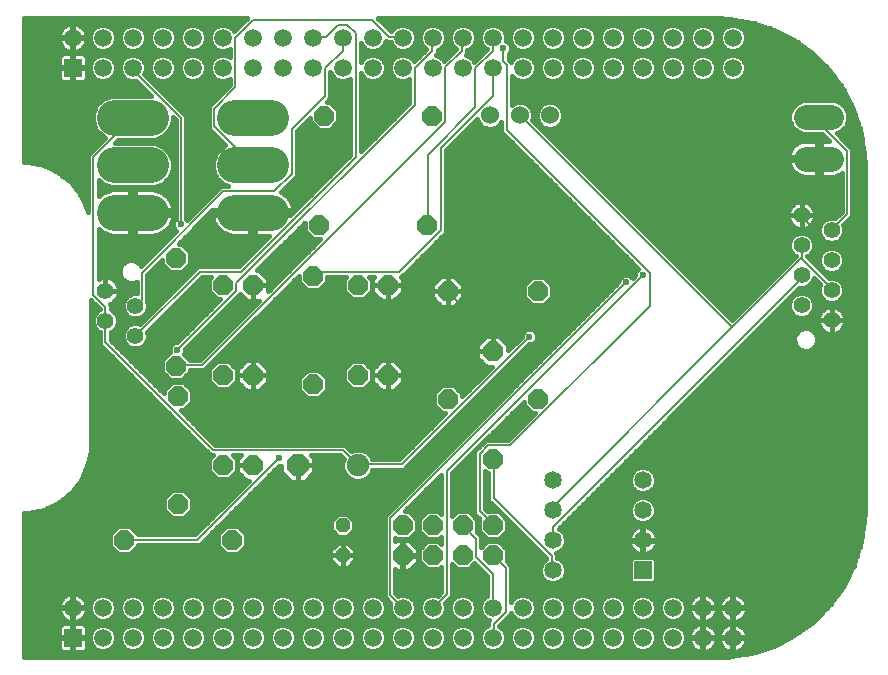
<source format=gbl>
G75*
%MOIN*%
%OFA0B0*%
%FSLAX24Y24*%
%IPPOS*%
%LPD*%
%AMOC8*
5,1,8,0,0,1.08239X$1,22.5*
%
%ADD10R,0.0591X0.0591*%
%ADD11C,0.0591*%
%ADD12R,0.0585X0.0585*%
%ADD13C,0.0585*%
%ADD14OC8,0.0660*%
%ADD15C,0.0750*%
%ADD16OC8,0.0750*%
%ADD17OC8,0.0480*%
%ADD18C,0.1185*%
%ADD19C,0.0560*%
%ADD20C,0.0600*%
%ADD21C,0.0840*%
%ADD22C,0.0079*%
%ADD23C,0.0160*%
%ADD24C,0.0236*%
D10*
X010003Y003607D03*
X010003Y022607D03*
D11*
X011003Y022607D03*
X012003Y022607D03*
X013003Y022607D03*
X014003Y022607D03*
X015003Y022607D03*
X016003Y022607D03*
X017003Y022607D03*
X018003Y022607D03*
X019003Y022607D03*
X020003Y022607D03*
X021003Y022607D03*
X022003Y022607D03*
X023003Y022607D03*
X024003Y022607D03*
X025003Y022607D03*
X026003Y022607D03*
X027003Y022607D03*
X028003Y022607D03*
X029003Y022607D03*
X030003Y022607D03*
X031003Y022607D03*
X032003Y022607D03*
X032003Y023607D03*
X031003Y023607D03*
X030003Y023607D03*
X029003Y023607D03*
X028003Y023607D03*
X027003Y023607D03*
X026003Y023607D03*
X025003Y023607D03*
X024003Y023607D03*
X023003Y023607D03*
X022003Y023607D03*
X021003Y023607D03*
X020003Y023607D03*
X019003Y023607D03*
X018003Y023607D03*
X017003Y023607D03*
X016003Y023607D03*
X015003Y023607D03*
X014003Y023607D03*
X013003Y023607D03*
X012003Y023607D03*
X011003Y023607D03*
X010003Y023607D03*
X010003Y004607D03*
X011003Y004607D03*
X012003Y004607D03*
X013003Y004607D03*
X014003Y004607D03*
X015003Y004607D03*
X016003Y004607D03*
X017003Y004607D03*
X018003Y004607D03*
X019003Y004607D03*
X020003Y004607D03*
X021003Y004607D03*
X022003Y004607D03*
X023003Y004607D03*
X024003Y004607D03*
X025003Y004607D03*
X026003Y004607D03*
X027003Y004607D03*
X028003Y004607D03*
X029003Y004607D03*
X030003Y004607D03*
X031003Y004607D03*
X032003Y004607D03*
X032003Y003607D03*
X031003Y003607D03*
X030003Y003607D03*
X029003Y003607D03*
X028003Y003607D03*
X027003Y003607D03*
X026003Y003607D03*
X025003Y003607D03*
X024003Y003607D03*
X023003Y003607D03*
X022003Y003607D03*
X021003Y003607D03*
X020003Y003607D03*
X019003Y003607D03*
X018003Y003607D03*
X017003Y003607D03*
X016003Y003607D03*
X015003Y003607D03*
X014003Y003607D03*
X013003Y003607D03*
X012003Y003607D03*
X011003Y003607D03*
D12*
X029003Y005857D03*
D13*
X029003Y006857D03*
X029003Y007857D03*
X029003Y008857D03*
X026003Y008857D03*
X026003Y007857D03*
X026003Y006857D03*
X026003Y005857D03*
D14*
X024003Y006357D03*
X023003Y006357D03*
X023003Y007357D03*
X024003Y007357D03*
X022003Y007357D03*
X021003Y007357D03*
X021003Y006357D03*
X022003Y006357D03*
X024003Y009557D03*
X025503Y011557D03*
X024003Y013157D03*
X022503Y011557D03*
X020503Y012357D03*
X019503Y012357D03*
X018003Y012057D03*
X016003Y012357D03*
X015003Y012357D03*
X013444Y012671D03*
X013503Y011657D03*
X015003Y009357D03*
X016003Y009357D03*
X013503Y008057D03*
X011703Y006857D03*
X015303Y006857D03*
X015003Y015357D03*
X016003Y015357D03*
X018003Y015657D03*
X019503Y015357D03*
X020503Y015357D03*
X022503Y015157D03*
X021803Y017357D03*
X018203Y017357D03*
X013444Y016271D03*
X018388Y021011D03*
X021988Y021011D03*
X025503Y015157D03*
D15*
X019503Y009357D03*
D16*
X017503Y009357D03*
D17*
X019003Y007357D03*
X019003Y006357D03*
D18*
X016595Y017777D02*
X015410Y017777D01*
X015410Y019357D02*
X016595Y019357D01*
X016595Y020937D02*
X015410Y020937D01*
X012595Y020937D02*
X011410Y020937D01*
X011410Y019357D02*
X012595Y019357D01*
X012595Y017777D02*
X011410Y017777D01*
D19*
X011086Y015168D03*
X012086Y014668D03*
X011086Y014168D03*
X012086Y013668D03*
X034294Y014692D03*
X035294Y015192D03*
X035294Y016192D03*
X034294Y016692D03*
X034294Y015692D03*
X035294Y017192D03*
X034294Y017692D03*
X035294Y014192D03*
D20*
X025908Y021015D03*
X024908Y021015D03*
X023908Y021015D03*
D21*
X034449Y020956D02*
X035289Y020956D01*
X035289Y019578D02*
X034449Y019578D01*
D22*
X034904Y020731D02*
X035810Y019826D01*
X035810Y017739D01*
X035298Y017227D01*
X035294Y017192D01*
X035259Y016794D02*
X035141Y016794D01*
X034274Y017660D01*
X034294Y017692D01*
X034294Y016692D02*
X034314Y016676D01*
X034314Y016282D01*
X031991Y013960D01*
X024944Y021007D01*
X024908Y021015D01*
X024471Y020534D02*
X029235Y015771D01*
X029235Y014668D01*
X024589Y010023D01*
X023841Y010023D01*
X023566Y009747D01*
X023566Y007818D01*
X023999Y007385D01*
X024003Y007357D01*
X023448Y006912D02*
X023003Y007357D01*
X023448Y006912D02*
X023448Y006282D01*
X023999Y005731D01*
X023999Y004629D01*
X024003Y004607D01*
X024432Y004471D02*
X024038Y004078D01*
X024038Y003645D01*
X024003Y003607D01*
X024432Y004471D02*
X024432Y005928D01*
X024003Y006357D01*
X024038Y008251D02*
X025967Y006322D01*
X025967Y005889D01*
X026003Y005857D01*
X026003Y006857D02*
X026007Y006873D01*
X026007Y007306D01*
X034274Y015574D01*
X034274Y015692D01*
X034294Y015692D01*
X034314Y016243D02*
X035259Y015298D01*
X035259Y015219D01*
X035294Y015192D01*
X035692Y015023D02*
X035692Y016361D01*
X035259Y016794D01*
X034314Y016282D02*
X034314Y016243D01*
X035692Y015023D02*
X035298Y014629D01*
X035298Y014196D01*
X035294Y014192D01*
X031991Y013960D02*
X026007Y007975D01*
X026007Y007857D01*
X026003Y007857D01*
X024038Y008251D02*
X024038Y009550D01*
X024003Y009557D01*
X022463Y009156D02*
X022463Y005062D01*
X022030Y004629D01*
X022003Y004607D01*
X021003Y004607D02*
X020967Y004629D01*
X020574Y005023D01*
X020574Y007582D01*
X028448Y015456D01*
X028999Y015692D02*
X022463Y009156D01*
X020967Y009393D02*
X019511Y009393D01*
X019503Y009357D01*
X019471Y009393D01*
X018999Y009865D01*
X014668Y009865D01*
X011086Y013448D01*
X011086Y014168D01*
X011086Y014629D01*
X010692Y015023D01*
X010692Y019629D01*
X011991Y020928D01*
X012003Y020937D01*
X012030Y022503D02*
X013605Y020928D01*
X013605Y017385D01*
X015023Y018487D02*
X012306Y015771D01*
X012306Y014865D01*
X012109Y014668D01*
X012086Y014668D01*
X012109Y013684D02*
X012086Y013668D01*
X012109Y013684D02*
X014235Y015810D01*
X015613Y015810D01*
X019432Y019629D01*
X019432Y023763D01*
X019156Y024038D01*
X018841Y024038D01*
X018448Y023645D01*
X018015Y023645D01*
X018003Y023607D01*
X018999Y023605D02*
X018999Y023172D01*
X018408Y022582D01*
X018408Y021676D01*
X017306Y020574D01*
X017306Y019078D01*
X016715Y018487D01*
X015023Y018487D01*
X016003Y019357D02*
X014708Y020652D01*
X014708Y021243D01*
X015416Y021952D01*
X015416Y023605D01*
X016007Y024196D01*
X019983Y024196D01*
X020534Y023645D01*
X020967Y023645D01*
X021003Y023607D01*
X021991Y023605D02*
X021991Y023172D01*
X021400Y022582D01*
X021400Y021361D01*
X015456Y015416D01*
X015456Y015180D01*
X013487Y013211D01*
X013448Y012700D02*
X013444Y012671D01*
X013448Y012700D02*
X014314Y012700D01*
X022424Y020810D01*
X022424Y022621D01*
X022975Y023172D01*
X022975Y023605D01*
X023003Y023607D01*
X023999Y023605D02*
X023999Y023172D01*
X023408Y022582D01*
X023408Y021282D01*
X021834Y019708D01*
X021834Y017385D01*
X021803Y017357D01*
X022267Y017188D02*
X020889Y015810D01*
X018133Y015810D01*
X018015Y015692D01*
X018003Y015657D01*
X022267Y017188D02*
X022267Y019944D01*
X023999Y021676D01*
X023999Y022582D01*
X024003Y022607D01*
X024353Y022818D02*
X024471Y022700D01*
X024471Y020534D01*
X024353Y022818D02*
X024353Y023251D01*
X024003Y023607D02*
X023999Y023605D01*
X022003Y023607D02*
X021991Y023605D01*
X019003Y023607D02*
X018999Y023605D01*
X012030Y022582D02*
X012030Y022503D01*
X012030Y022582D02*
X012003Y022607D01*
X022503Y015157D02*
X022503Y015141D01*
X023999Y013645D01*
X023999Y013172D01*
X024003Y013157D01*
X025219Y013645D02*
X020967Y009393D01*
X016873Y009589D02*
X014156Y006873D01*
X011715Y006873D01*
X011703Y006857D01*
X034904Y020731D02*
X034904Y020928D01*
X034869Y020956D01*
D23*
X008362Y007748D02*
X008362Y002980D01*
X031869Y002980D01*
X031887Y002981D01*
X032645Y003101D01*
X033375Y003338D01*
X034058Y003687D01*
X034679Y004138D01*
X035222Y004681D01*
X035673Y005302D01*
X036022Y005985D01*
X036259Y006715D01*
X036379Y007473D01*
X036394Y007857D01*
X036394Y019357D01*
X036379Y019741D01*
X036259Y020499D01*
X036022Y021229D01*
X035673Y021913D01*
X035222Y022534D01*
X034679Y023076D01*
X034058Y023527D01*
X033375Y023876D01*
X032645Y024113D01*
X031887Y024233D01*
X031503Y024248D01*
X020183Y024248D01*
X020608Y023823D01*
X020622Y023823D01*
X020635Y023853D01*
X020757Y023975D01*
X020916Y024041D01*
X021089Y024041D01*
X021249Y023975D01*
X021371Y023853D01*
X021437Y023694D01*
X021437Y023521D01*
X021371Y023361D01*
X021249Y023239D01*
X021089Y023173D01*
X020916Y023173D01*
X020757Y023239D01*
X020635Y023361D01*
X020591Y023466D01*
X020460Y023466D01*
X020428Y023499D01*
X020371Y023361D01*
X020249Y023239D01*
X020089Y023173D01*
X019916Y023173D01*
X019757Y023239D01*
X019635Y023361D01*
X019610Y023420D01*
X019610Y022795D01*
X019635Y022853D01*
X019757Y022975D01*
X019916Y023041D01*
X020089Y023041D01*
X020249Y022975D01*
X020371Y022853D01*
X020437Y022694D01*
X020437Y022521D01*
X020371Y022361D01*
X020249Y022239D01*
X020089Y022173D01*
X019916Y022173D01*
X019757Y022239D01*
X019635Y022361D01*
X019610Y022420D01*
X019610Y019823D01*
X021222Y021435D01*
X021222Y022228D01*
X021089Y022173D01*
X020916Y022173D01*
X020757Y022239D01*
X020635Y022361D01*
X020569Y022521D01*
X020569Y022694D01*
X020635Y022853D01*
X020757Y022975D01*
X020916Y023041D01*
X021089Y023041D01*
X021249Y022975D01*
X021371Y022853D01*
X021385Y022819D01*
X021791Y023225D01*
X021757Y023239D01*
X021635Y023361D01*
X021569Y023521D01*
X021569Y023694D01*
X021635Y023853D01*
X021757Y023975D01*
X021916Y024041D01*
X022089Y024041D01*
X022249Y023975D01*
X022371Y023853D01*
X022437Y023694D01*
X022437Y023521D01*
X022371Y023361D01*
X022249Y023239D01*
X022169Y023206D01*
X022169Y023098D01*
X022106Y023035D01*
X022249Y022975D01*
X022371Y022853D01*
X022381Y022830D01*
X022780Y023229D01*
X022757Y023239D01*
X022635Y023361D01*
X022569Y023521D01*
X022569Y023694D01*
X022635Y023853D01*
X022757Y023975D01*
X022916Y024041D01*
X023089Y024041D01*
X023249Y023975D01*
X023371Y023853D01*
X023437Y023694D01*
X023437Y023521D01*
X023371Y023361D01*
X023249Y023239D01*
X023154Y023200D01*
X023154Y023098D01*
X023095Y023039D01*
X023249Y022975D01*
X023371Y022853D01*
X023388Y022813D01*
X023797Y023222D01*
X023757Y023239D01*
X023635Y023361D01*
X023569Y023521D01*
X023569Y023694D01*
X023635Y023853D01*
X023757Y023975D01*
X023916Y024041D01*
X024089Y024041D01*
X024249Y023975D01*
X024371Y023853D01*
X024437Y023694D01*
X024437Y023521D01*
X024428Y023498D01*
X024499Y023469D01*
X024571Y023397D01*
X024610Y023302D01*
X024610Y023200D01*
X024571Y023105D01*
X024532Y023066D01*
X024532Y022892D01*
X024545Y022878D01*
X024616Y022808D01*
X024635Y022853D01*
X024757Y022975D01*
X024916Y023041D01*
X025089Y023041D01*
X025249Y022975D01*
X025371Y022853D01*
X025437Y022694D01*
X025437Y022521D01*
X025371Y022361D01*
X025249Y022239D01*
X025089Y022173D01*
X024916Y022173D01*
X024757Y022239D01*
X024650Y022346D01*
X024650Y021377D01*
X024660Y021387D01*
X024821Y021454D01*
X024996Y021454D01*
X025157Y021387D01*
X025281Y021263D01*
X025347Y021102D01*
X025347Y020927D01*
X025326Y020877D01*
X031991Y014212D01*
X034098Y016319D01*
X034057Y016337D01*
X033939Y016454D01*
X033875Y016608D01*
X033875Y016775D01*
X033939Y016929D01*
X034057Y017047D01*
X034211Y017111D01*
X034378Y017111D01*
X034532Y017047D01*
X034649Y016929D01*
X034713Y016775D01*
X034713Y016608D01*
X034649Y016454D01*
X034532Y016337D01*
X034492Y016320D01*
X034492Y016317D01*
X035202Y015607D01*
X035211Y015611D01*
X035378Y015611D01*
X035532Y015547D01*
X035649Y015429D01*
X035713Y015275D01*
X035713Y015108D01*
X035649Y014954D01*
X035532Y014837D01*
X035378Y014773D01*
X035211Y014773D01*
X035057Y014837D01*
X034939Y014954D01*
X034875Y015108D01*
X034875Y015275D01*
X034920Y015384D01*
X034708Y015596D01*
X034649Y015454D01*
X034532Y015337D01*
X034378Y015273D01*
X034226Y015273D01*
X026197Y007244D01*
X026247Y007223D01*
X026369Y007102D01*
X026434Y006943D01*
X026434Y006771D01*
X026369Y006613D01*
X026247Y006491D01*
X026108Y006434D01*
X026146Y006396D01*
X026146Y006265D01*
X026247Y006223D01*
X026369Y006102D01*
X026434Y005943D01*
X026434Y005771D01*
X026369Y005613D01*
X026247Y005491D01*
X026089Y005426D01*
X025917Y005426D01*
X025758Y005491D01*
X025637Y005613D01*
X025571Y005771D01*
X025571Y005943D01*
X025637Y006102D01*
X025758Y006223D01*
X025789Y006236D01*
X025789Y006248D01*
X023964Y008072D01*
X023860Y008177D01*
X023860Y009088D01*
X023809Y009088D01*
X023744Y009152D01*
X023744Y007892D01*
X023810Y007826D01*
X024197Y007826D01*
X024472Y007551D01*
X024472Y007163D01*
X024197Y006888D01*
X023809Y006888D01*
X023534Y007163D01*
X023534Y007551D01*
X023557Y007574D01*
X023387Y007744D01*
X023387Y009821D01*
X023492Y009925D01*
X023768Y010201D01*
X024516Y010201D01*
X025403Y011088D01*
X025309Y011088D01*
X025034Y011363D01*
X025034Y011474D01*
X022642Y009082D01*
X022642Y007660D01*
X022809Y007826D01*
X023197Y007826D01*
X023472Y007551D01*
X023472Y007163D01*
X023461Y007152D01*
X023626Y006986D01*
X023626Y006644D01*
X023809Y006826D01*
X024197Y006826D01*
X024472Y006551D01*
X024472Y006163D01*
X024461Y006152D01*
X024610Y006002D01*
X024610Y004795D01*
X024635Y004853D01*
X024757Y004975D01*
X024916Y005041D01*
X025089Y005041D01*
X025249Y004975D01*
X025371Y004853D01*
X025437Y004694D01*
X025437Y004521D01*
X025371Y004361D01*
X025249Y004239D01*
X025089Y004173D01*
X024916Y004173D01*
X024757Y004239D01*
X024635Y004361D01*
X024610Y004420D01*
X024610Y004397D01*
X024506Y004293D01*
X024217Y004004D01*
X024217Y003989D01*
X024249Y003975D01*
X024371Y003853D01*
X024437Y003694D01*
X024437Y003521D01*
X024371Y003361D01*
X024249Y003239D01*
X024089Y003173D01*
X023916Y003173D01*
X023757Y003239D01*
X023635Y003361D01*
X023569Y003521D01*
X023569Y003694D01*
X023635Y003853D01*
X023757Y003975D01*
X023860Y004018D01*
X023860Y004152D01*
X023891Y004183D01*
X023757Y004239D01*
X023635Y004361D01*
X023569Y004521D01*
X023569Y004694D01*
X023635Y004853D01*
X023757Y004975D01*
X023820Y005002D01*
X023820Y005657D01*
X023393Y006084D01*
X023197Y005888D01*
X022809Y005888D01*
X022642Y006055D01*
X022642Y004988D01*
X022411Y004757D01*
X022437Y004694D01*
X022437Y004521D01*
X022371Y004361D01*
X022249Y004239D01*
X022089Y004173D01*
X021916Y004173D01*
X021757Y004239D01*
X021635Y004361D01*
X021569Y004521D01*
X021569Y004694D01*
X021635Y004853D01*
X021757Y004975D01*
X021916Y005041D01*
X022089Y005041D01*
X022161Y005012D01*
X022285Y005136D01*
X022285Y005976D01*
X022197Y005888D01*
X021809Y005888D01*
X021534Y006163D01*
X021534Y006551D01*
X021809Y006826D01*
X022197Y006826D01*
X022285Y006738D01*
X022285Y006976D01*
X022197Y006888D01*
X021809Y006888D01*
X021534Y007163D01*
X021534Y007551D01*
X021809Y007826D01*
X022197Y007826D01*
X022285Y007738D01*
X022285Y009041D01*
X021071Y007826D01*
X021197Y007826D01*
X021472Y007551D01*
X021472Y007163D01*
X021197Y006888D01*
X020809Y006888D01*
X020752Y006945D01*
X020752Y006828D01*
X020792Y006867D01*
X020983Y006867D01*
X020983Y006377D01*
X021023Y006377D01*
X021513Y006377D01*
X021513Y006568D01*
X021214Y006867D01*
X021023Y006867D01*
X021023Y006377D01*
X021023Y006337D01*
X021513Y006337D01*
X021513Y006146D01*
X021214Y005847D01*
X021023Y005847D01*
X021023Y006337D01*
X020983Y006337D01*
X020983Y005847D01*
X020792Y005847D01*
X020752Y005887D01*
X020752Y005096D01*
X020839Y005009D01*
X020916Y005041D01*
X021089Y005041D01*
X021249Y004975D01*
X021371Y004853D01*
X021437Y004694D01*
X021437Y004521D01*
X021371Y004361D01*
X021249Y004239D01*
X021089Y004173D01*
X020916Y004173D01*
X020757Y004239D01*
X020635Y004361D01*
X020569Y004521D01*
X020569Y004694D01*
X020592Y004751D01*
X020395Y004949D01*
X020395Y007655D01*
X020500Y007760D01*
X028191Y015451D01*
X028191Y015507D01*
X028230Y015601D01*
X028302Y015674D01*
X028397Y015713D01*
X028499Y015713D01*
X028593Y015674D01*
X028661Y015606D01*
X028742Y015687D01*
X028742Y015743D01*
X028781Y015837D01*
X028848Y015905D01*
X024293Y020460D01*
X024293Y020796D01*
X024281Y020766D01*
X024157Y020642D01*
X023996Y020576D01*
X023821Y020576D01*
X023660Y020642D01*
X023536Y020766D01*
X023479Y020904D01*
X022445Y019870D01*
X022445Y017114D01*
X020963Y015631D01*
X020950Y015631D01*
X021013Y015568D01*
X021013Y015357D01*
X020503Y015357D01*
X020503Y015357D01*
X020503Y014847D01*
X020714Y014847D01*
X021013Y015146D01*
X021013Y015357D01*
X020503Y015357D01*
X020503Y015357D01*
X020503Y014847D01*
X020292Y014847D01*
X019993Y015146D01*
X019993Y015357D01*
X020503Y015357D01*
X020503Y015357D01*
X019993Y015357D01*
X019993Y015568D01*
X020056Y015631D01*
X019892Y015631D01*
X019972Y015551D01*
X019972Y015163D01*
X019697Y014888D01*
X019309Y014888D01*
X019034Y015163D01*
X019034Y015551D01*
X019114Y015631D01*
X018472Y015631D01*
X018472Y015463D01*
X018197Y015188D01*
X017809Y015188D01*
X017534Y015463D01*
X017534Y015667D01*
X014492Y012626D01*
X014388Y012521D01*
X013913Y012521D01*
X013913Y012477D01*
X013638Y012202D01*
X013249Y012202D01*
X012975Y012477D01*
X012975Y012866D01*
X013241Y013132D01*
X013230Y013160D01*
X013230Y013263D01*
X013269Y013357D01*
X013341Y013430D01*
X013436Y013469D01*
X013492Y013469D01*
X014911Y014888D01*
X014809Y014888D01*
X014534Y015163D01*
X014534Y015551D01*
X014614Y015631D01*
X014309Y015631D01*
X012482Y013805D01*
X012505Y013752D01*
X012505Y013585D01*
X012441Y013431D01*
X012323Y013313D01*
X012169Y013249D01*
X012002Y013249D01*
X011848Y013313D01*
X011730Y013431D01*
X011666Y013585D01*
X011666Y013752D01*
X011730Y013906D01*
X011848Y014023D01*
X012002Y014087D01*
X012169Y014087D01*
X012233Y014061D01*
X014161Y015988D01*
X015539Y015988D01*
X016555Y017005D01*
X016083Y017005D01*
X016083Y017697D01*
X017248Y017697D01*
X019254Y019703D01*
X019254Y022244D01*
X019249Y022239D01*
X019089Y022173D01*
X018916Y022173D01*
X018757Y022239D01*
X018635Y022361D01*
X018587Y022477D01*
X018587Y021602D01*
X018464Y021480D01*
X018582Y021480D01*
X018857Y021205D01*
X018857Y020816D01*
X018582Y020542D01*
X018194Y020542D01*
X017919Y020816D01*
X017919Y020934D01*
X017484Y020500D01*
X017484Y019004D01*
X016947Y018466D01*
X017025Y018421D01*
X017106Y018359D01*
X017177Y018288D01*
X017239Y018207D01*
X017290Y018120D01*
X017328Y018026D01*
X017355Y017928D01*
X017364Y017857D01*
X016083Y017857D01*
X016083Y017697D01*
X015923Y017697D01*
X015923Y017005D01*
X015360Y017005D01*
X015259Y017018D01*
X015161Y017044D01*
X015068Y017083D01*
X014980Y017133D01*
X014900Y017195D01*
X014828Y017267D01*
X014767Y017347D01*
X014716Y017435D01*
X014677Y017528D01*
X014651Y017626D01*
X014642Y017697D01*
X015923Y017697D01*
X015923Y017857D01*
X014645Y017857D01*
X013528Y016740D01*
X013638Y016740D01*
X013913Y016466D01*
X013913Y016077D01*
X013638Y015802D01*
X013249Y015802D01*
X012975Y016077D01*
X012975Y016187D01*
X012484Y015697D01*
X012484Y014800D01*
X012505Y014752D01*
X012505Y014585D01*
X012441Y014431D01*
X012323Y014313D01*
X012169Y014249D01*
X012002Y014249D01*
X011848Y014313D01*
X011730Y014431D01*
X011666Y014585D01*
X011666Y014752D01*
X011730Y014906D01*
X011848Y015023D01*
X012002Y015087D01*
X012128Y015087D01*
X012128Y015472D01*
X012017Y015427D01*
X011866Y015427D01*
X011727Y015485D01*
X011620Y015591D01*
X011563Y015731D01*
X011563Y015881D01*
X011620Y016021D01*
X011727Y016127D01*
X011866Y016185D01*
X012017Y016185D01*
X012157Y016127D01*
X012263Y016021D01*
X012275Y015992D01*
X013455Y017172D01*
X013387Y017239D01*
X013348Y017334D01*
X013348Y017436D01*
X013387Y017530D01*
X013427Y017570D01*
X013427Y020854D01*
X013327Y020954D01*
X013327Y020792D01*
X013216Y020523D01*
X013010Y020317D01*
X012741Y020206D01*
X011521Y020206D01*
X011404Y020089D01*
X012741Y020089D01*
X013010Y019977D01*
X013216Y019772D01*
X013327Y019503D01*
X013327Y019212D01*
X013216Y018943D01*
X013010Y018737D01*
X012741Y018626D01*
X011265Y018626D01*
X010996Y018737D01*
X010870Y018863D01*
X010870Y018330D01*
X010900Y018359D01*
X010980Y018421D01*
X011068Y018471D01*
X011161Y018510D01*
X011259Y018536D01*
X011360Y018550D01*
X011923Y018550D01*
X011923Y017857D01*
X012083Y017857D01*
X013364Y017857D01*
X013355Y017928D01*
X013328Y018026D01*
X013290Y018120D01*
X013239Y018207D01*
X013177Y018288D01*
X013106Y018359D01*
X013025Y018421D01*
X012938Y018471D01*
X012844Y018510D01*
X012746Y018536D01*
X012646Y018550D01*
X012083Y018550D01*
X012083Y017857D01*
X012083Y017697D01*
X013364Y017697D01*
X013355Y017626D01*
X013328Y017528D01*
X013290Y017435D01*
X013239Y017347D01*
X013177Y017267D01*
X013106Y017195D01*
X013025Y017133D01*
X012938Y017083D01*
X012844Y017044D01*
X012746Y017018D01*
X012646Y017005D01*
X012083Y017005D01*
X012083Y017697D01*
X011923Y017697D01*
X011923Y017005D01*
X011360Y017005D01*
X011259Y017018D01*
X011161Y017044D01*
X011068Y017083D01*
X010980Y017133D01*
X010900Y017195D01*
X010870Y017225D01*
X010870Y015575D01*
X010909Y015594D01*
X010978Y015617D01*
X011049Y015628D01*
X011086Y015628D01*
X011086Y015168D01*
X011086Y015168D01*
X011546Y015168D01*
X011546Y015132D01*
X011534Y015060D01*
X011512Y014992D01*
X011479Y014927D01*
X011436Y014869D01*
X011385Y014817D01*
X011327Y014775D01*
X011262Y014742D01*
X011234Y014733D01*
X011264Y014703D01*
X011264Y014548D01*
X011323Y014523D01*
X011441Y014406D01*
X011505Y014252D01*
X011505Y014085D01*
X011441Y013931D01*
X011323Y013813D01*
X011264Y013789D01*
X011264Y013522D01*
X013034Y011752D01*
X013034Y011851D01*
X013309Y012126D01*
X013697Y012126D01*
X013972Y011851D01*
X013972Y011463D01*
X013697Y011188D01*
X013597Y011188D01*
X014742Y010043D01*
X019073Y010043D01*
X019291Y009826D01*
X019401Y009871D01*
X019605Y009871D01*
X019794Y009793D01*
X019939Y009648D01*
X019971Y009571D01*
X020893Y009571D01*
X022411Y011088D01*
X022309Y011088D01*
X022034Y011363D01*
X022034Y011751D01*
X022309Y012026D01*
X022697Y012026D01*
X022972Y011751D01*
X022972Y011649D01*
X023970Y012647D01*
X023792Y012647D01*
X023493Y012946D01*
X023493Y013157D01*
X024003Y013157D01*
X024003Y013157D01*
X024003Y013157D01*
X024003Y013667D01*
X024214Y013667D01*
X024513Y013368D01*
X024513Y013190D01*
X024962Y013640D01*
X024962Y013696D01*
X025001Y013790D01*
X025074Y013863D01*
X025168Y013902D01*
X025271Y013902D01*
X025365Y013863D01*
X025437Y013790D01*
X025477Y013696D01*
X025477Y013593D01*
X025437Y013499D01*
X025365Y013427D01*
X025271Y013387D01*
X025215Y013387D01*
X021146Y009319D01*
X021041Y009214D01*
X020000Y009214D01*
X019939Y009066D01*
X019794Y008921D01*
X019605Y008843D01*
X019401Y008843D01*
X019212Y008921D01*
X019067Y009066D01*
X018989Y009255D01*
X018989Y009459D01*
X019037Y009575D01*
X018925Y009687D01*
X017958Y009687D01*
X018058Y009587D01*
X018058Y009357D01*
X017503Y009357D01*
X017503Y009357D01*
X017503Y008802D01*
X017733Y008802D01*
X018058Y009127D01*
X018058Y009357D01*
X017503Y009357D01*
X017503Y009357D01*
X017503Y008802D01*
X017273Y008802D01*
X016948Y009127D01*
X016948Y009342D01*
X016924Y009332D01*
X016868Y009332D01*
X014335Y006799D01*
X014335Y006799D01*
X014230Y006694D01*
X012172Y006694D01*
X012172Y006663D01*
X011897Y006388D01*
X011509Y006388D01*
X011234Y006663D01*
X011234Y007051D01*
X011509Y007326D01*
X011897Y007326D01*
X012172Y007051D01*
X012172Y007051D01*
X014082Y007051D01*
X015878Y008847D01*
X015792Y008847D01*
X015493Y009146D01*
X015493Y009357D01*
X016003Y009357D01*
X016003Y009357D01*
X015493Y009357D01*
X015493Y009568D01*
X015611Y009687D01*
X015337Y009687D01*
X015472Y009551D01*
X015472Y009163D01*
X015197Y008888D01*
X014809Y008888D01*
X014534Y009163D01*
X014534Y009551D01*
X014669Y009687D01*
X014594Y009687D01*
X014490Y009791D01*
X010907Y013374D01*
X010907Y013789D01*
X010848Y013813D01*
X010730Y013931D01*
X010666Y014085D01*
X010666Y014252D01*
X010730Y014406D01*
X010848Y014523D01*
X010907Y014548D01*
X010907Y014555D01*
X010618Y014844D01*
X010612Y014850D01*
X010612Y009841D01*
X010493Y009323D01*
X010493Y009323D01*
X010263Y008844D01*
X010263Y008844D01*
X009931Y008429D01*
X009931Y008429D01*
X009931Y008429D01*
X009516Y008097D01*
X009516Y008097D01*
X009037Y007867D01*
X009037Y007867D01*
X008519Y007748D01*
X008362Y007748D01*
X008362Y007598D02*
X013299Y007598D01*
X013309Y007588D02*
X013697Y007588D01*
X013972Y007863D01*
X013972Y008251D01*
X013697Y008526D01*
X013309Y008526D01*
X013034Y008251D01*
X013034Y007863D01*
X013309Y007588D01*
X013140Y007756D02*
X008553Y007756D01*
X008362Y007439D02*
X014470Y007439D01*
X014312Y007281D02*
X011943Y007281D01*
X012101Y007122D02*
X014153Y007122D01*
X014341Y006805D02*
X014834Y006805D01*
X014834Y006663D02*
X015109Y006388D01*
X015497Y006388D01*
X015772Y006663D01*
X015772Y007051D01*
X015497Y007326D01*
X015109Y007326D01*
X014834Y007051D01*
X014834Y006663D01*
X014850Y006647D02*
X012156Y006647D01*
X011997Y006488D02*
X015008Y006488D01*
X015597Y006488D02*
X018583Y006488D01*
X018583Y006531D02*
X018583Y006357D01*
X018583Y006183D01*
X018829Y005937D01*
X019003Y005937D01*
X019177Y005937D01*
X019423Y006183D01*
X019423Y006357D01*
X019003Y006357D01*
X019003Y006357D01*
X019003Y005937D01*
X019003Y006357D01*
X019003Y006357D01*
X019423Y006357D01*
X019423Y006531D01*
X019177Y006777D01*
X019003Y006777D01*
X019003Y006357D01*
X018583Y006357D01*
X019003Y006357D01*
X019003Y006357D01*
X019003Y006357D01*
X019003Y006777D01*
X018829Y006777D01*
X018583Y006531D01*
X018698Y006647D02*
X015756Y006647D01*
X015772Y006805D02*
X020395Y006805D01*
X020395Y006647D02*
X019307Y006647D01*
X019423Y006488D02*
X020395Y006488D01*
X020395Y006330D02*
X019423Y006330D01*
X019411Y006171D02*
X020395Y006171D01*
X020395Y006013D02*
X019252Y006013D01*
X019003Y006013D02*
X019003Y006013D01*
X019003Y006171D02*
X019003Y006171D01*
X019003Y006330D02*
X019003Y006330D01*
X019003Y006488D02*
X019003Y006488D01*
X019003Y006647D02*
X019003Y006647D01*
X019160Y006978D02*
X019382Y007200D01*
X019382Y007514D01*
X019160Y007736D01*
X018846Y007736D01*
X018624Y007514D01*
X018624Y007200D01*
X018846Y006978D01*
X019160Y006978D01*
X019304Y007122D02*
X020395Y007122D01*
X020395Y006964D02*
X015772Y006964D01*
X015701Y007122D02*
X018702Y007122D01*
X018624Y007281D02*
X015543Y007281D01*
X015063Y007281D02*
X014816Y007281D01*
X014905Y007122D02*
X014658Y007122D01*
X014499Y006964D02*
X014834Y006964D01*
X014975Y007439D02*
X018624Y007439D01*
X018707Y007598D02*
X015133Y007598D01*
X015292Y007756D02*
X020496Y007756D01*
X020395Y007598D02*
X019298Y007598D01*
X019382Y007439D02*
X020395Y007439D01*
X020395Y007281D02*
X019382Y007281D01*
X018583Y006330D02*
X008362Y006330D01*
X008362Y006488D02*
X011408Y006488D01*
X011250Y006647D02*
X008362Y006647D01*
X008362Y006805D02*
X011234Y006805D01*
X011234Y006964D02*
X008362Y006964D01*
X008362Y007122D02*
X011305Y007122D01*
X011463Y007281D02*
X008362Y007281D01*
X009137Y007915D02*
X013034Y007915D01*
X013034Y008073D02*
X009466Y008073D01*
X009685Y008232D02*
X013034Y008232D01*
X013173Y008390D02*
X009883Y008390D01*
X010027Y008549D02*
X015580Y008549D01*
X015738Y008707D02*
X010154Y008707D01*
X010273Y008866D02*
X015773Y008866D01*
X015615Y009024D02*
X015333Y009024D01*
X015472Y009183D02*
X015493Y009183D01*
X015493Y009341D02*
X015472Y009341D01*
X015472Y009500D02*
X015493Y009500D01*
X015583Y009658D02*
X015365Y009658D01*
X014641Y009658D02*
X010570Y009658D01*
X010534Y009500D02*
X014534Y009500D01*
X014534Y009341D02*
X010498Y009341D01*
X010426Y009183D02*
X014534Y009183D01*
X014672Y009024D02*
X010350Y009024D01*
X010606Y009817D02*
X014464Y009817D01*
X014306Y009975D02*
X010612Y009975D01*
X010612Y010134D02*
X014147Y010134D01*
X013989Y010292D02*
X010612Y010292D01*
X010612Y010451D02*
X013830Y010451D01*
X013672Y010609D02*
X010612Y010609D01*
X010612Y010768D02*
X013513Y010768D01*
X013355Y010926D02*
X010612Y010926D01*
X010612Y011085D02*
X013196Y011085D01*
X013038Y011243D02*
X010612Y011243D01*
X010612Y011402D02*
X012879Y011402D01*
X012721Y011560D02*
X010612Y011560D01*
X010612Y011719D02*
X012562Y011719D01*
X012404Y011877D02*
X010612Y011877D01*
X010612Y012036D02*
X012245Y012036D01*
X012087Y012194D02*
X010612Y012194D01*
X010612Y012353D02*
X011928Y012353D01*
X011770Y012511D02*
X010612Y012511D01*
X010612Y012670D02*
X011611Y012670D01*
X011453Y012828D02*
X010612Y012828D01*
X010612Y012987D02*
X011294Y012987D01*
X011136Y013145D02*
X010612Y013145D01*
X010612Y013304D02*
X010977Y013304D01*
X010907Y013462D02*
X010612Y013462D01*
X010612Y013621D02*
X010907Y013621D01*
X010907Y013779D02*
X010612Y013779D01*
X010612Y013938D02*
X010727Y013938D01*
X010666Y014096D02*
X010612Y014096D01*
X010612Y014255D02*
X010668Y014255D01*
X010612Y014413D02*
X010738Y014413D01*
X010612Y014572D02*
X010890Y014572D01*
X010732Y014730D02*
X010612Y014730D01*
X011236Y014730D02*
X011666Y014730D01*
X011672Y014572D02*
X011264Y014572D01*
X011433Y014413D02*
X011748Y014413D01*
X011989Y014255D02*
X011503Y014255D01*
X011505Y014096D02*
X012269Y014096D01*
X012182Y014255D02*
X012428Y014255D01*
X012423Y014413D02*
X012586Y014413D01*
X012499Y014572D02*
X012745Y014572D01*
X012903Y014730D02*
X012505Y014730D01*
X012484Y014889D02*
X013062Y014889D01*
X013220Y015047D02*
X012484Y015047D01*
X012484Y015206D02*
X013379Y015206D01*
X013537Y015364D02*
X012484Y015364D01*
X012484Y015523D02*
X013696Y015523D01*
X013854Y015681D02*
X012484Y015681D01*
X012627Y015840D02*
X013212Y015840D01*
X013054Y015998D02*
X012786Y015998D01*
X012944Y016157D02*
X012975Y016157D01*
X012757Y016474D02*
X010870Y016474D01*
X010870Y016632D02*
X012915Y016632D01*
X013074Y016791D02*
X010870Y016791D01*
X010870Y016949D02*
X013232Y016949D01*
X013391Y017108D02*
X012981Y017108D01*
X013177Y017266D02*
X013376Y017266D01*
X013348Y017425D02*
X013284Y017425D01*
X013343Y017583D02*
X013427Y017583D01*
X013427Y017742D02*
X012083Y017742D01*
X012083Y017900D02*
X011923Y017900D01*
X011923Y018059D02*
X012083Y018059D01*
X012083Y018217D02*
X011923Y018217D01*
X011923Y018376D02*
X012083Y018376D01*
X012083Y018534D02*
X011923Y018534D01*
X011251Y018534D02*
X010870Y018534D01*
X010870Y018376D02*
X010921Y018376D01*
X010870Y018693D02*
X011103Y018693D01*
X010882Y018851D02*
X010870Y018851D01*
X010513Y018851D02*
X009849Y018851D01*
X009931Y018786D02*
X009516Y019117D01*
X009516Y019117D01*
X009037Y019348D01*
X009037Y019348D01*
X008519Y019466D01*
X008362Y019466D01*
X008362Y024248D01*
X015807Y024248D01*
X015383Y023824D01*
X015371Y023853D01*
X015249Y023975D01*
X015089Y024041D01*
X014916Y024041D01*
X014757Y023975D01*
X014635Y023853D01*
X014569Y023694D01*
X014569Y023521D01*
X014635Y023361D01*
X014757Y023239D01*
X014916Y023173D01*
X015089Y023173D01*
X015238Y023234D01*
X015238Y022980D01*
X015089Y023041D01*
X014916Y023041D01*
X014757Y022975D01*
X014635Y022853D01*
X014569Y022694D01*
X014569Y022521D01*
X014635Y022361D01*
X014757Y022239D01*
X014916Y022173D01*
X015089Y022173D01*
X015238Y022234D01*
X015238Y022026D01*
X014634Y021421D01*
X014529Y021317D01*
X014529Y020579D01*
X015091Y020017D01*
X014996Y019977D01*
X014790Y019772D01*
X014679Y019503D01*
X014679Y019212D01*
X014790Y018943D01*
X014996Y018737D01*
X015168Y018666D01*
X014949Y018666D01*
X013818Y017535D01*
X013784Y017570D01*
X013784Y021002D01*
X013679Y021106D01*
X012387Y022399D01*
X012437Y022521D01*
X012437Y022694D01*
X012371Y022853D01*
X012249Y022975D01*
X012089Y023041D01*
X011916Y023041D01*
X011757Y022975D01*
X011635Y022853D01*
X011569Y022694D01*
X011569Y022521D01*
X011635Y022361D01*
X011757Y022239D01*
X011916Y022173D01*
X012089Y022173D01*
X012103Y022178D01*
X012612Y021669D01*
X011265Y021669D01*
X010996Y021557D01*
X010790Y021352D01*
X010679Y021083D01*
X010679Y020792D01*
X010790Y020523D01*
X010996Y020317D01*
X011089Y020278D01*
X010513Y019703D01*
X010513Y017804D01*
X010493Y017891D01*
X010263Y018370D01*
X009931Y018786D01*
X009931Y018786D01*
X010006Y018693D02*
X010513Y018693D01*
X010513Y018534D02*
X010132Y018534D01*
X010258Y018376D02*
X010513Y018376D01*
X010513Y018217D02*
X010336Y018217D01*
X010413Y018059D02*
X010513Y018059D01*
X010513Y017900D02*
X010489Y017900D01*
X010870Y017108D02*
X011025Y017108D01*
X011923Y017108D02*
X012083Y017108D01*
X012083Y017266D02*
X011923Y017266D01*
X011923Y017425D02*
X012083Y017425D01*
X012083Y017583D02*
X011923Y017583D01*
X013084Y018376D02*
X013427Y018376D01*
X013427Y018534D02*
X012755Y018534D01*
X012903Y018693D02*
X013427Y018693D01*
X013427Y018851D02*
X013124Y018851D01*
X013243Y019010D02*
X013427Y019010D01*
X013427Y019168D02*
X013309Y019168D01*
X013327Y019327D02*
X013427Y019327D01*
X013427Y019485D02*
X013327Y019485D01*
X013268Y019644D02*
X013427Y019644D01*
X013427Y019802D02*
X013185Y019802D01*
X013026Y019961D02*
X013427Y019961D01*
X013427Y020119D02*
X011435Y020119D01*
X011088Y020278D02*
X008362Y020278D01*
X008362Y020436D02*
X010877Y020436D01*
X010760Y020595D02*
X008362Y020595D01*
X008362Y020753D02*
X010695Y020753D01*
X010679Y020912D02*
X008362Y020912D01*
X008362Y021070D02*
X010679Y021070D01*
X010739Y021229D02*
X008362Y021229D01*
X008362Y021387D02*
X010826Y021387D01*
X010984Y021546D02*
X008362Y021546D01*
X008362Y021704D02*
X012577Y021704D01*
X012418Y021863D02*
X008362Y021863D01*
X008362Y022021D02*
X012260Y022021D01*
X012447Y022338D02*
X012658Y022338D01*
X012635Y022361D02*
X012757Y022239D01*
X012916Y022173D01*
X013089Y022173D01*
X013249Y022239D01*
X013371Y022361D01*
X013437Y022521D01*
X013437Y022694D01*
X013371Y022853D01*
X013249Y022975D01*
X013089Y023041D01*
X012916Y023041D01*
X012757Y022975D01*
X012635Y022853D01*
X012569Y022694D01*
X012569Y022521D01*
X012635Y022361D01*
X012578Y022497D02*
X012427Y022497D01*
X012437Y022655D02*
X012569Y022655D01*
X012618Y022814D02*
X012387Y022814D01*
X012252Y022972D02*
X012754Y022972D01*
X012916Y023173D02*
X012757Y023239D01*
X012635Y023361D01*
X012569Y023521D01*
X012569Y023694D01*
X012635Y023853D01*
X012757Y023975D01*
X012916Y024041D01*
X013089Y024041D01*
X013249Y023975D01*
X013371Y023853D01*
X013437Y023694D01*
X013437Y023521D01*
X013371Y023361D01*
X013249Y023239D01*
X013089Y023173D01*
X012916Y023173D01*
X012707Y023289D02*
X012299Y023289D01*
X012249Y023239D02*
X012371Y023361D01*
X012437Y023521D01*
X012437Y023694D01*
X012371Y023853D01*
X012249Y023975D01*
X012089Y024041D01*
X011916Y024041D01*
X011757Y023975D01*
X011635Y023853D01*
X011569Y023694D01*
X011569Y023521D01*
X011635Y023361D01*
X011757Y023239D01*
X011916Y023173D01*
X012089Y023173D01*
X012249Y023239D01*
X012407Y023448D02*
X012599Y023448D01*
X012569Y023606D02*
X012437Y023606D01*
X012408Y023765D02*
X012598Y023765D01*
X012705Y023923D02*
X012301Y023923D01*
X011705Y023923D02*
X011301Y023923D01*
X011249Y023975D02*
X011371Y023853D01*
X011437Y023694D01*
X011437Y023521D01*
X011371Y023361D01*
X011249Y023239D01*
X011089Y023173D01*
X010916Y023173D01*
X010757Y023239D01*
X010635Y023361D01*
X010569Y023521D01*
X010569Y023694D01*
X010635Y023853D01*
X010757Y023975D01*
X010916Y024041D01*
X011089Y024041D01*
X011249Y023975D01*
X011408Y023765D02*
X011598Y023765D01*
X011569Y023606D02*
X011437Y023606D01*
X011407Y023448D02*
X011599Y023448D01*
X011707Y023289D02*
X011299Y023289D01*
X011249Y022975D02*
X011089Y023041D01*
X010916Y023041D01*
X010757Y022975D01*
X010635Y022853D01*
X010569Y022694D01*
X010569Y022521D01*
X010635Y022361D01*
X010757Y022239D01*
X010916Y022173D01*
X011089Y022173D01*
X011249Y022239D01*
X011371Y022361D01*
X011437Y022521D01*
X011437Y022694D01*
X011371Y022853D01*
X011249Y022975D01*
X011252Y022972D02*
X011754Y022972D01*
X011618Y022814D02*
X011387Y022814D01*
X011437Y022655D02*
X011569Y022655D01*
X011578Y022497D02*
X011427Y022497D01*
X011348Y022338D02*
X011658Y022338D01*
X011900Y022180D02*
X011106Y022180D01*
X010900Y022180D02*
X010420Y022180D01*
X010409Y022168D02*
X010442Y022201D01*
X010466Y022242D01*
X010478Y022288D01*
X010478Y022589D01*
X010021Y022589D01*
X010021Y022132D01*
X010322Y022132D01*
X010368Y022144D01*
X010409Y022168D01*
X010478Y022338D02*
X010658Y022338D01*
X010578Y022497D02*
X010478Y022497D01*
X010478Y022626D02*
X010021Y022626D01*
X009984Y022626D01*
X009984Y023082D01*
X009684Y023082D01*
X009638Y023070D01*
X009597Y023046D01*
X009564Y023013D01*
X009540Y022972D01*
X009528Y022926D01*
X009528Y022626D01*
X009984Y022626D01*
X009984Y022589D01*
X009528Y022589D01*
X009528Y022288D01*
X009540Y022242D01*
X009564Y022201D01*
X009597Y022168D01*
X009638Y022144D01*
X009684Y022132D01*
X009984Y022132D01*
X009984Y022589D01*
X010021Y022589D01*
X010021Y022626D01*
X010021Y023082D01*
X010322Y023082D01*
X010368Y023070D01*
X010409Y023046D01*
X010442Y023013D01*
X010466Y022972D01*
X010478Y022926D01*
X010478Y022626D01*
X010478Y022655D02*
X010569Y022655D01*
X010618Y022814D02*
X010478Y022814D01*
X010466Y022972D02*
X010754Y022972D01*
X010707Y023289D02*
X010357Y023289D01*
X010365Y023298D02*
X010409Y023358D01*
X010443Y023425D01*
X010466Y023496D01*
X010478Y023570D01*
X010478Y023589D01*
X010021Y023589D01*
X010021Y023132D01*
X010040Y023132D01*
X010114Y023144D01*
X010185Y023167D01*
X010252Y023201D01*
X010312Y023245D01*
X010365Y023298D01*
X010451Y023448D02*
X010599Y023448D01*
X010569Y023606D02*
X010021Y023606D01*
X010021Y023589D02*
X010021Y023626D01*
X009984Y023626D01*
X009984Y024082D01*
X010021Y024082D01*
X010040Y024082D01*
X010114Y024071D01*
X010185Y024048D01*
X010252Y024014D01*
X010312Y023970D01*
X010365Y023917D01*
X010409Y023856D01*
X010443Y023790D01*
X010466Y023718D01*
X010478Y023645D01*
X010478Y023626D01*
X010021Y023626D01*
X010021Y024082D01*
X010045Y024082D02*
X015640Y024082D01*
X015482Y023923D02*
X015301Y023923D01*
X015799Y024240D02*
X008362Y024240D01*
X008362Y024082D02*
X009961Y024082D01*
X009965Y024082D02*
X009892Y024071D01*
X009820Y024048D01*
X009754Y024014D01*
X009693Y023970D01*
X009640Y023917D01*
X009596Y023856D01*
X009562Y023790D01*
X009539Y023718D01*
X009528Y023645D01*
X009528Y023626D01*
X009984Y023626D01*
X009984Y023589D01*
X009528Y023589D01*
X009528Y023570D01*
X009539Y023496D01*
X009562Y023425D01*
X009596Y023358D01*
X009640Y023298D01*
X009693Y023245D01*
X009754Y023201D01*
X009820Y023167D01*
X009892Y023144D01*
X009965Y023132D01*
X009984Y023132D01*
X009984Y023589D01*
X010021Y023589D01*
X009984Y023606D02*
X008362Y023606D01*
X008362Y023448D02*
X009555Y023448D01*
X009649Y023289D02*
X008362Y023289D01*
X008362Y023131D02*
X015238Y023131D01*
X014754Y022972D02*
X014252Y022972D01*
X014249Y022975D02*
X014089Y023041D01*
X013916Y023041D01*
X013757Y022975D01*
X013635Y022853D01*
X013569Y022694D01*
X013569Y022521D01*
X013635Y022361D01*
X013757Y022239D01*
X013916Y022173D01*
X014089Y022173D01*
X014249Y022239D01*
X014371Y022361D01*
X014437Y022521D01*
X014437Y022694D01*
X014371Y022853D01*
X014249Y022975D01*
X014387Y022814D02*
X014618Y022814D01*
X014569Y022655D02*
X014437Y022655D01*
X014427Y022497D02*
X014578Y022497D01*
X014658Y022338D02*
X014348Y022338D01*
X014106Y022180D02*
X014900Y022180D01*
X015106Y022180D02*
X015238Y022180D01*
X015233Y022021D02*
X012764Y022021D01*
X012900Y022180D02*
X012606Y022180D01*
X012923Y021863D02*
X015075Y021863D01*
X014916Y021704D02*
X013081Y021704D01*
X013240Y021546D02*
X014758Y021546D01*
X014599Y021387D02*
X013398Y021387D01*
X013557Y021229D02*
X014529Y021229D01*
X014529Y021070D02*
X013715Y021070D01*
X013784Y020912D02*
X014529Y020912D01*
X014529Y020753D02*
X013784Y020753D01*
X013784Y020595D02*
X014529Y020595D01*
X014671Y020436D02*
X013784Y020436D01*
X013784Y020278D02*
X014830Y020278D01*
X014988Y020119D02*
X013784Y020119D01*
X013784Y019961D02*
X014979Y019961D01*
X014821Y019802D02*
X013784Y019802D01*
X013784Y019644D02*
X014737Y019644D01*
X014679Y019485D02*
X013784Y019485D01*
X013784Y019327D02*
X014679Y019327D01*
X014697Y019168D02*
X013784Y019168D01*
X013784Y019010D02*
X014762Y019010D01*
X014882Y018851D02*
X013784Y018851D01*
X013784Y018693D02*
X015103Y018693D01*
X014817Y018534D02*
X013784Y018534D01*
X013784Y018376D02*
X014659Y018376D01*
X014500Y018217D02*
X013784Y018217D01*
X013784Y018059D02*
X014342Y018059D01*
X014183Y017900D02*
X013784Y017900D01*
X013784Y017742D02*
X014025Y017742D01*
X013866Y017583D02*
X013784Y017583D01*
X014054Y017266D02*
X014829Y017266D01*
X014722Y017425D02*
X014212Y017425D01*
X014371Y017583D02*
X014663Y017583D01*
X014529Y017742D02*
X015923Y017742D01*
X015923Y017583D02*
X016083Y017583D01*
X016083Y017425D02*
X015923Y017425D01*
X015923Y017266D02*
X016083Y017266D01*
X016083Y017108D02*
X015923Y017108D01*
X016342Y016791D02*
X013578Y016791D01*
X013737Y016949D02*
X016500Y016949D01*
X016183Y016632D02*
X013746Y016632D01*
X013905Y016474D02*
X016025Y016474D01*
X015866Y016315D02*
X013913Y016315D01*
X013913Y016157D02*
X015708Y016157D01*
X015549Y015998D02*
X013834Y015998D01*
X013675Y015840D02*
X014013Y015840D01*
X014200Y015523D02*
X014534Y015523D01*
X014534Y015364D02*
X014042Y015364D01*
X013883Y015206D02*
X014534Y015206D01*
X014649Y015047D02*
X013725Y015047D01*
X013566Y014889D02*
X014808Y014889D01*
X014753Y014730D02*
X013408Y014730D01*
X013249Y014572D02*
X014595Y014572D01*
X014436Y014413D02*
X013091Y014413D01*
X012932Y014255D02*
X014278Y014255D01*
X014119Y014096D02*
X012774Y014096D01*
X012615Y013938D02*
X013961Y013938D01*
X013802Y013779D02*
X012493Y013779D01*
X012505Y013621D02*
X013644Y013621D01*
X013420Y013462D02*
X012454Y013462D01*
X012301Y013304D02*
X013247Y013304D01*
X013236Y013145D02*
X011640Y013145D01*
X011482Y013304D02*
X011870Y013304D01*
X011717Y013462D02*
X011323Y013462D01*
X011264Y013621D02*
X011666Y013621D01*
X011678Y013779D02*
X011264Y013779D01*
X011444Y013938D02*
X011762Y013938D01*
X011799Y012987D02*
X013096Y012987D01*
X012975Y012828D02*
X011957Y012828D01*
X012116Y012670D02*
X012975Y012670D01*
X012975Y012511D02*
X012274Y012511D01*
X012433Y012353D02*
X013099Y012353D01*
X013218Y012036D02*
X012750Y012036D01*
X012591Y012194D02*
X014534Y012194D01*
X014534Y012163D02*
X014809Y011888D01*
X015197Y011888D01*
X015472Y012163D01*
X015472Y012551D01*
X015197Y012826D01*
X014809Y012826D01*
X014534Y012551D01*
X014534Y012163D01*
X014661Y012036D02*
X013788Y012036D01*
X013946Y011877D02*
X015762Y011877D01*
X015792Y011847D02*
X016003Y011847D01*
X016214Y011847D01*
X016513Y012146D01*
X016513Y012357D01*
X016003Y012357D01*
X016003Y012357D01*
X016003Y011847D01*
X016003Y012357D01*
X016003Y012357D01*
X016513Y012357D01*
X016513Y012568D01*
X016214Y012867D01*
X016003Y012867D01*
X016003Y012357D01*
X015493Y012357D01*
X015493Y012146D01*
X015792Y011847D01*
X016003Y011877D02*
X016003Y011877D01*
X016003Y012036D02*
X016003Y012036D01*
X016003Y012194D02*
X016003Y012194D01*
X016003Y012353D02*
X016003Y012353D01*
X016003Y012357D02*
X016003Y012357D01*
X016003Y012357D01*
X015493Y012357D01*
X015493Y012568D01*
X015792Y012867D01*
X016003Y012867D01*
X016003Y012357D01*
X016003Y012511D02*
X016003Y012511D01*
X016003Y012670D02*
X016003Y012670D01*
X016003Y012828D02*
X016003Y012828D01*
X016253Y012828D02*
X020253Y012828D01*
X020292Y012867D02*
X019993Y012568D01*
X019993Y012357D01*
X019993Y012146D01*
X020292Y011847D01*
X020503Y011847D01*
X020714Y011847D01*
X021013Y012146D01*
X021013Y012357D01*
X020503Y012357D01*
X020503Y012357D01*
X020503Y011847D01*
X020503Y012357D01*
X020503Y012357D01*
X021013Y012357D01*
X021013Y012568D01*
X020714Y012867D01*
X020503Y012867D01*
X020503Y012357D01*
X019993Y012357D01*
X020503Y012357D01*
X020503Y012357D01*
X020503Y012357D01*
X020503Y012867D01*
X020292Y012867D01*
X020503Y012828D02*
X020503Y012828D01*
X020503Y012670D02*
X020503Y012670D01*
X020503Y012511D02*
X020503Y012511D01*
X020503Y012353D02*
X020503Y012353D01*
X020503Y012194D02*
X020503Y012194D01*
X020503Y012036D02*
X020503Y012036D01*
X020503Y011877D02*
X020503Y011877D01*
X020744Y011877D02*
X022160Y011877D01*
X022034Y011719D02*
X018328Y011719D01*
X018197Y011588D02*
X017809Y011588D01*
X017534Y011863D01*
X017534Y012251D01*
X017809Y012526D01*
X018197Y012526D01*
X018472Y012251D01*
X018472Y011863D01*
X018197Y011588D01*
X018472Y011877D02*
X020262Y011877D01*
X020103Y012036D02*
X019845Y012036D01*
X019972Y012163D02*
X019697Y011888D01*
X019309Y011888D01*
X019034Y012163D01*
X019034Y012551D01*
X019309Y012826D01*
X019697Y012826D01*
X019972Y012551D01*
X019972Y012163D01*
X019972Y012194D02*
X019993Y012194D01*
X019993Y012353D02*
X019972Y012353D01*
X019972Y012511D02*
X019993Y012511D01*
X020094Y012670D02*
X019854Y012670D01*
X019152Y012670D02*
X016412Y012670D01*
X016513Y012511D02*
X017794Y012511D01*
X017635Y012353D02*
X016513Y012353D01*
X016513Y012194D02*
X017534Y012194D01*
X017534Y012036D02*
X016403Y012036D01*
X016244Y011877D02*
X017534Y011877D01*
X017678Y011719D02*
X013972Y011719D01*
X013972Y011560D02*
X022034Y011560D01*
X022034Y011402D02*
X013911Y011402D01*
X013752Y011243D02*
X022153Y011243D01*
X022407Y011085D02*
X013701Y011085D01*
X013859Y010926D02*
X022249Y010926D01*
X022090Y010768D02*
X014018Y010768D01*
X014176Y010609D02*
X021932Y010609D01*
X021773Y010451D02*
X014335Y010451D01*
X014493Y010292D02*
X021615Y010292D01*
X021456Y010134D02*
X014652Y010134D01*
X016401Y008866D02*
X017209Y008866D01*
X017051Y009024D02*
X016560Y009024D01*
X016718Y009183D02*
X016948Y009183D01*
X016946Y009341D02*
X016948Y009341D01*
X017503Y009341D02*
X017503Y009341D01*
X017503Y009183D02*
X017503Y009183D01*
X017503Y009024D02*
X017503Y009024D01*
X017503Y008866D02*
X017503Y008866D01*
X017796Y008866D02*
X019346Y008866D01*
X019109Y009024D02*
X017955Y009024D01*
X018058Y009183D02*
X019019Y009183D01*
X018989Y009341D02*
X018058Y009341D01*
X018058Y009500D02*
X019005Y009500D01*
X018953Y009658D02*
X017987Y009658D01*
X019141Y009975D02*
X021298Y009975D01*
X021139Y009817D02*
X019737Y009817D01*
X019929Y009658D02*
X020981Y009658D01*
X021168Y009341D02*
X022081Y009341D01*
X021922Y009183D02*
X019987Y009183D01*
X019897Y009024D02*
X021764Y009024D01*
X021605Y008866D02*
X019660Y008866D01*
X020813Y008073D02*
X015609Y008073D01*
X015450Y007915D02*
X020654Y007915D01*
X020971Y008232D02*
X015767Y008232D01*
X015926Y008390D02*
X021130Y008390D01*
X021288Y008549D02*
X016084Y008549D01*
X016243Y008707D02*
X021447Y008707D01*
X021635Y008390D02*
X022285Y008390D01*
X022285Y008232D02*
X021476Y008232D01*
X021318Y008073D02*
X022285Y008073D01*
X022285Y007915D02*
X021159Y007915D01*
X021267Y007756D02*
X021739Y007756D01*
X021580Y007598D02*
X021426Y007598D01*
X021472Y007439D02*
X021534Y007439D01*
X021534Y007281D02*
X021472Y007281D01*
X021431Y007122D02*
X021574Y007122D01*
X021733Y006964D02*
X021273Y006964D01*
X021276Y006805D02*
X021788Y006805D01*
X021629Y006647D02*
X021435Y006647D01*
X021513Y006488D02*
X021534Y006488D01*
X021534Y006330D02*
X021513Y006330D01*
X021513Y006171D02*
X021534Y006171D01*
X021684Y006013D02*
X021380Y006013D01*
X021221Y005854D02*
X022285Y005854D01*
X022285Y005696D02*
X020752Y005696D01*
X020752Y005854D02*
X020785Y005854D01*
X020983Y005854D02*
X021023Y005854D01*
X021023Y006013D02*
X020983Y006013D01*
X020983Y006171D02*
X021023Y006171D01*
X021023Y006330D02*
X020983Y006330D01*
X020983Y006488D02*
X021023Y006488D01*
X021023Y006647D02*
X020983Y006647D01*
X020983Y006805D02*
X021023Y006805D01*
X020395Y005854D02*
X008362Y005854D01*
X008362Y005696D02*
X020395Y005696D01*
X020395Y005537D02*
X008362Y005537D01*
X008362Y005379D02*
X020395Y005379D01*
X020395Y005220D02*
X008362Y005220D01*
X008362Y005062D02*
X009864Y005062D01*
X009892Y005071D02*
X009820Y005048D01*
X009754Y005014D01*
X009693Y004970D01*
X009640Y004917D01*
X009596Y004856D01*
X009562Y004790D01*
X009539Y004718D01*
X009528Y004645D01*
X009528Y004626D01*
X009984Y004626D01*
X009984Y005082D01*
X009965Y005082D01*
X009892Y005071D01*
X009984Y005062D02*
X010021Y005062D01*
X010021Y005082D02*
X010040Y005082D01*
X010114Y005071D01*
X010185Y005048D01*
X010252Y005014D01*
X010312Y004970D01*
X010365Y004917D01*
X010409Y004856D01*
X010443Y004790D01*
X010466Y004718D01*
X010478Y004645D01*
X010478Y004626D01*
X010021Y004626D01*
X009984Y004626D01*
X009984Y004589D01*
X009528Y004589D01*
X009528Y004570D01*
X009539Y004496D01*
X009562Y004425D01*
X009596Y004358D01*
X009640Y004298D01*
X009693Y004245D01*
X009754Y004201D01*
X009820Y004167D01*
X009892Y004144D01*
X009965Y004132D01*
X009984Y004132D01*
X009984Y004589D01*
X010021Y004589D01*
X010021Y004132D01*
X010040Y004132D01*
X010114Y004144D01*
X010185Y004167D01*
X010252Y004201D01*
X010312Y004245D01*
X010365Y004298D01*
X010409Y004358D01*
X010443Y004425D01*
X010466Y004496D01*
X010478Y004570D01*
X010478Y004589D01*
X010021Y004589D01*
X010021Y004626D01*
X010021Y005082D01*
X010142Y005062D02*
X020395Y005062D01*
X020441Y004903D02*
X020321Y004903D01*
X020371Y004853D02*
X020249Y004975D01*
X020089Y005041D01*
X019916Y005041D01*
X019757Y004975D01*
X019635Y004853D01*
X019569Y004694D01*
X019569Y004521D01*
X019635Y004361D01*
X019757Y004239D01*
X019916Y004173D01*
X020089Y004173D01*
X020249Y004239D01*
X020371Y004361D01*
X020437Y004521D01*
X020437Y004694D01*
X020371Y004853D01*
X020416Y004745D02*
X020590Y004745D01*
X020569Y004586D02*
X020437Y004586D01*
X020399Y004428D02*
X020607Y004428D01*
X020727Y004269D02*
X020279Y004269D01*
X020249Y003975D02*
X020089Y004041D01*
X019916Y004041D01*
X019757Y003975D01*
X019635Y003853D01*
X019569Y003694D01*
X019569Y003521D01*
X019635Y003361D01*
X019757Y003239D01*
X019916Y003173D01*
X020089Y003173D01*
X020249Y003239D01*
X020371Y003361D01*
X020437Y003521D01*
X020437Y003694D01*
X020371Y003853D01*
X020249Y003975D01*
X020272Y003952D02*
X020734Y003952D01*
X020757Y003975D02*
X020635Y003853D01*
X020569Y003694D01*
X020569Y003521D01*
X020635Y003361D01*
X020757Y003239D01*
X020916Y003173D01*
X021089Y003173D01*
X021249Y003239D01*
X021371Y003361D01*
X021437Y003521D01*
X021437Y003694D01*
X021371Y003853D01*
X021249Y003975D01*
X021089Y004041D01*
X020916Y004041D01*
X020757Y003975D01*
X020610Y003794D02*
X020396Y003794D01*
X020437Y003635D02*
X020569Y003635D01*
X020587Y003477D02*
X020419Y003477D01*
X020328Y003318D02*
X020678Y003318D01*
X021328Y003318D02*
X021678Y003318D01*
X021635Y003361D02*
X021757Y003239D01*
X021916Y003173D01*
X022089Y003173D01*
X022249Y003239D01*
X022371Y003361D01*
X022437Y003521D01*
X022437Y003694D01*
X022371Y003853D01*
X022249Y003975D01*
X022089Y004041D01*
X021916Y004041D01*
X021757Y003975D01*
X021635Y003853D01*
X021569Y003694D01*
X021569Y003521D01*
X021635Y003361D01*
X021587Y003477D02*
X021419Y003477D01*
X021437Y003635D02*
X021569Y003635D01*
X021610Y003794D02*
X021396Y003794D01*
X021272Y003952D02*
X021734Y003952D01*
X021727Y004269D02*
X021279Y004269D01*
X021399Y004428D02*
X021607Y004428D01*
X021569Y004586D02*
X021437Y004586D01*
X021416Y004745D02*
X021590Y004745D01*
X021685Y004903D02*
X021321Y004903D01*
X020787Y005062D02*
X022211Y005062D01*
X022285Y005220D02*
X020752Y005220D01*
X020752Y005379D02*
X022285Y005379D01*
X022285Y005537D02*
X020752Y005537D01*
X019685Y004903D02*
X019321Y004903D01*
X019371Y004853D02*
X019249Y004975D01*
X019089Y005041D01*
X018916Y005041D01*
X018757Y004975D01*
X018635Y004853D01*
X018569Y004694D01*
X018569Y004521D01*
X018635Y004361D01*
X018757Y004239D01*
X018916Y004173D01*
X019089Y004173D01*
X019249Y004239D01*
X019371Y004361D01*
X019437Y004521D01*
X019437Y004694D01*
X019371Y004853D01*
X019416Y004745D02*
X019590Y004745D01*
X019569Y004586D02*
X019437Y004586D01*
X019399Y004428D02*
X019607Y004428D01*
X019727Y004269D02*
X019279Y004269D01*
X019249Y003975D02*
X019089Y004041D01*
X018916Y004041D01*
X018757Y003975D01*
X018635Y003853D01*
X018569Y003694D01*
X018569Y003521D01*
X018635Y003361D01*
X018757Y003239D01*
X018916Y003173D01*
X019089Y003173D01*
X019249Y003239D01*
X019371Y003361D01*
X019437Y003521D01*
X019437Y003694D01*
X019371Y003853D01*
X019249Y003975D01*
X019272Y003952D02*
X019734Y003952D01*
X019610Y003794D02*
X019396Y003794D01*
X019437Y003635D02*
X019569Y003635D01*
X019587Y003477D02*
X019419Y003477D01*
X019328Y003318D02*
X019678Y003318D01*
X018678Y003318D02*
X018328Y003318D01*
X018371Y003361D02*
X018437Y003521D01*
X018437Y003694D01*
X018371Y003853D01*
X018249Y003975D01*
X018089Y004041D01*
X017916Y004041D01*
X017757Y003975D01*
X017635Y003853D01*
X017569Y003694D01*
X017569Y003521D01*
X017635Y003361D01*
X017757Y003239D01*
X017916Y003173D01*
X018089Y003173D01*
X018249Y003239D01*
X018371Y003361D01*
X018419Y003477D02*
X018587Y003477D01*
X018569Y003635D02*
X018437Y003635D01*
X018396Y003794D02*
X018610Y003794D01*
X018734Y003952D02*
X018272Y003952D01*
X018089Y004173D02*
X017916Y004173D01*
X017757Y004239D01*
X017635Y004361D01*
X017569Y004521D01*
X017569Y004694D01*
X017635Y004853D01*
X017757Y004975D01*
X017916Y005041D01*
X018089Y005041D01*
X018249Y004975D01*
X018371Y004853D01*
X018437Y004694D01*
X018437Y004521D01*
X018371Y004361D01*
X018249Y004239D01*
X018089Y004173D01*
X018279Y004269D02*
X018727Y004269D01*
X018607Y004428D02*
X018399Y004428D01*
X018437Y004586D02*
X018569Y004586D01*
X018590Y004745D02*
X018416Y004745D01*
X018321Y004903D02*
X018685Y004903D01*
X017685Y004903D02*
X017321Y004903D01*
X017371Y004853D02*
X017249Y004975D01*
X017089Y005041D01*
X016916Y005041D01*
X016757Y004975D01*
X016635Y004853D01*
X016569Y004694D01*
X016569Y004521D01*
X016635Y004361D01*
X016757Y004239D01*
X016916Y004173D01*
X017089Y004173D01*
X017249Y004239D01*
X017371Y004361D01*
X017437Y004521D01*
X017437Y004694D01*
X017371Y004853D01*
X017416Y004745D02*
X017590Y004745D01*
X017569Y004586D02*
X017437Y004586D01*
X017399Y004428D02*
X017607Y004428D01*
X017727Y004269D02*
X017279Y004269D01*
X017249Y003975D02*
X017089Y004041D01*
X016916Y004041D01*
X016757Y003975D01*
X016635Y003853D01*
X016569Y003694D01*
X016569Y003521D01*
X016635Y003361D01*
X016757Y003239D01*
X016916Y003173D01*
X017089Y003173D01*
X017249Y003239D01*
X017371Y003361D01*
X017437Y003521D01*
X017437Y003694D01*
X017371Y003853D01*
X017249Y003975D01*
X017272Y003952D02*
X017734Y003952D01*
X017610Y003794D02*
X017396Y003794D01*
X017437Y003635D02*
X017569Y003635D01*
X017587Y003477D02*
X017419Y003477D01*
X017328Y003318D02*
X017678Y003318D01*
X016678Y003318D02*
X016328Y003318D01*
X016371Y003361D02*
X016437Y003521D01*
X016437Y003694D01*
X016371Y003853D01*
X016249Y003975D01*
X016089Y004041D01*
X015916Y004041D01*
X015757Y003975D01*
X015635Y003853D01*
X015569Y003694D01*
X015569Y003521D01*
X015635Y003361D01*
X015757Y003239D01*
X015916Y003173D01*
X016089Y003173D01*
X016249Y003239D01*
X016371Y003361D01*
X016419Y003477D02*
X016587Y003477D01*
X016569Y003635D02*
X016437Y003635D01*
X016396Y003794D02*
X016610Y003794D01*
X016734Y003952D02*
X016272Y003952D01*
X016089Y004173D02*
X015916Y004173D01*
X015757Y004239D01*
X015635Y004361D01*
X015569Y004521D01*
X015569Y004694D01*
X015635Y004853D01*
X015757Y004975D01*
X015916Y005041D01*
X016089Y005041D01*
X016249Y004975D01*
X016371Y004853D01*
X016437Y004694D01*
X016437Y004521D01*
X016371Y004361D01*
X016249Y004239D01*
X016089Y004173D01*
X016279Y004269D02*
X016727Y004269D01*
X016607Y004428D02*
X016399Y004428D01*
X016437Y004586D02*
X016569Y004586D01*
X016590Y004745D02*
X016416Y004745D01*
X016321Y004903D02*
X016685Y004903D01*
X015685Y004903D02*
X015321Y004903D01*
X015371Y004853D02*
X015249Y004975D01*
X015089Y005041D01*
X014916Y005041D01*
X014757Y004975D01*
X014635Y004853D01*
X014569Y004694D01*
X014569Y004521D01*
X014635Y004361D01*
X014757Y004239D01*
X014916Y004173D01*
X015089Y004173D01*
X015249Y004239D01*
X015371Y004361D01*
X015437Y004521D01*
X015437Y004694D01*
X015371Y004853D01*
X015416Y004745D02*
X015590Y004745D01*
X015569Y004586D02*
X015437Y004586D01*
X015399Y004428D02*
X015607Y004428D01*
X015727Y004269D02*
X015279Y004269D01*
X015249Y003975D02*
X015089Y004041D01*
X014916Y004041D01*
X014757Y003975D01*
X014635Y003853D01*
X014569Y003694D01*
X014569Y003521D01*
X014635Y003361D01*
X014757Y003239D01*
X014916Y003173D01*
X015089Y003173D01*
X015249Y003239D01*
X015371Y003361D01*
X015437Y003521D01*
X015437Y003694D01*
X015371Y003853D01*
X015249Y003975D01*
X015272Y003952D02*
X015734Y003952D01*
X015610Y003794D02*
X015396Y003794D01*
X015437Y003635D02*
X015569Y003635D01*
X015587Y003477D02*
X015419Y003477D01*
X015328Y003318D02*
X015678Y003318D01*
X014678Y003318D02*
X014328Y003318D01*
X014371Y003361D02*
X014437Y003521D01*
X014437Y003694D01*
X014371Y003853D01*
X014249Y003975D01*
X014089Y004041D01*
X013916Y004041D01*
X013757Y003975D01*
X013635Y003853D01*
X013569Y003694D01*
X013569Y003521D01*
X013635Y003361D01*
X013757Y003239D01*
X013916Y003173D01*
X014089Y003173D01*
X014249Y003239D01*
X014371Y003361D01*
X014419Y003477D02*
X014587Y003477D01*
X014569Y003635D02*
X014437Y003635D01*
X014396Y003794D02*
X014610Y003794D01*
X014734Y003952D02*
X014272Y003952D01*
X014089Y004173D02*
X013916Y004173D01*
X013757Y004239D01*
X013635Y004361D01*
X013569Y004521D01*
X013569Y004694D01*
X013635Y004853D01*
X013757Y004975D01*
X013916Y005041D01*
X014089Y005041D01*
X014249Y004975D01*
X014371Y004853D01*
X014437Y004694D01*
X014437Y004521D01*
X014371Y004361D01*
X014249Y004239D01*
X014089Y004173D01*
X014279Y004269D02*
X014727Y004269D01*
X014607Y004428D02*
X014399Y004428D01*
X014437Y004586D02*
X014569Y004586D01*
X014590Y004745D02*
X014416Y004745D01*
X014321Y004903D02*
X014685Y004903D01*
X013685Y004903D02*
X013321Y004903D01*
X013371Y004853D02*
X013249Y004975D01*
X013089Y005041D01*
X012916Y005041D01*
X012757Y004975D01*
X012635Y004853D01*
X012569Y004694D01*
X012569Y004521D01*
X012635Y004361D01*
X012757Y004239D01*
X012916Y004173D01*
X013089Y004173D01*
X013249Y004239D01*
X013371Y004361D01*
X013437Y004521D01*
X013437Y004694D01*
X013371Y004853D01*
X013416Y004745D02*
X013590Y004745D01*
X013569Y004586D02*
X013437Y004586D01*
X013399Y004428D02*
X013607Y004428D01*
X013727Y004269D02*
X013279Y004269D01*
X013249Y003975D02*
X013089Y004041D01*
X012916Y004041D01*
X012757Y003975D01*
X012635Y003853D01*
X012569Y003694D01*
X012569Y003521D01*
X012635Y003361D01*
X012757Y003239D01*
X012916Y003173D01*
X013089Y003173D01*
X013249Y003239D01*
X013371Y003361D01*
X013437Y003521D01*
X013437Y003694D01*
X013371Y003853D01*
X013249Y003975D01*
X013272Y003952D02*
X013734Y003952D01*
X013610Y003794D02*
X013396Y003794D01*
X013437Y003635D02*
X013569Y003635D01*
X013587Y003477D02*
X013419Y003477D01*
X013328Y003318D02*
X013678Y003318D01*
X012678Y003318D02*
X012328Y003318D01*
X012371Y003361D02*
X012437Y003521D01*
X012437Y003694D01*
X012371Y003853D01*
X012249Y003975D01*
X012089Y004041D01*
X011916Y004041D01*
X011757Y003975D01*
X011635Y003853D01*
X011569Y003694D01*
X011569Y003521D01*
X011635Y003361D01*
X011757Y003239D01*
X011916Y003173D01*
X012089Y003173D01*
X012249Y003239D01*
X012371Y003361D01*
X012419Y003477D02*
X012587Y003477D01*
X012569Y003635D02*
X012437Y003635D01*
X012396Y003794D02*
X012610Y003794D01*
X012734Y003952D02*
X012272Y003952D01*
X012089Y004173D02*
X011916Y004173D01*
X011757Y004239D01*
X011635Y004361D01*
X011569Y004521D01*
X011569Y004694D01*
X011635Y004853D01*
X011757Y004975D01*
X011916Y005041D01*
X012089Y005041D01*
X012249Y004975D01*
X012371Y004853D01*
X012437Y004694D01*
X012437Y004521D01*
X012371Y004361D01*
X012249Y004239D01*
X012089Y004173D01*
X012279Y004269D02*
X012727Y004269D01*
X012607Y004428D02*
X012399Y004428D01*
X012437Y004586D02*
X012569Y004586D01*
X012590Y004745D02*
X012416Y004745D01*
X012321Y004903D02*
X012685Y004903D01*
X011685Y004903D02*
X011321Y004903D01*
X011371Y004853D02*
X011249Y004975D01*
X011089Y005041D01*
X010916Y005041D01*
X010757Y004975D01*
X010635Y004853D01*
X010569Y004694D01*
X010569Y004521D01*
X010635Y004361D01*
X010757Y004239D01*
X010916Y004173D01*
X011089Y004173D01*
X011249Y004239D01*
X011371Y004361D01*
X011437Y004521D01*
X011437Y004694D01*
X011371Y004853D01*
X011416Y004745D02*
X011590Y004745D01*
X011569Y004586D02*
X011437Y004586D01*
X011399Y004428D02*
X011607Y004428D01*
X011727Y004269D02*
X011279Y004269D01*
X011249Y003975D02*
X011089Y004041D01*
X010916Y004041D01*
X010757Y003975D01*
X010635Y003853D01*
X010569Y003694D01*
X010569Y003521D01*
X010635Y003361D01*
X010757Y003239D01*
X010916Y003173D01*
X011089Y003173D01*
X011249Y003239D01*
X011371Y003361D01*
X011437Y003521D01*
X011437Y003694D01*
X011371Y003853D01*
X011249Y003975D01*
X011272Y003952D02*
X011734Y003952D01*
X011610Y003794D02*
X011396Y003794D01*
X011437Y003635D02*
X011569Y003635D01*
X011587Y003477D02*
X011419Y003477D01*
X011328Y003318D02*
X011678Y003318D01*
X010678Y003318D02*
X010478Y003318D01*
X010478Y003288D02*
X010478Y003589D01*
X010021Y003589D01*
X010021Y003132D01*
X010322Y003132D01*
X010368Y003144D01*
X010409Y003168D01*
X010442Y003201D01*
X010466Y003242D01*
X010478Y003288D01*
X010394Y003160D02*
X030842Y003160D01*
X030820Y003167D02*
X030892Y003144D01*
X030965Y003132D01*
X030984Y003132D01*
X030984Y003589D01*
X030528Y003589D01*
X030528Y003570D01*
X030539Y003496D01*
X030562Y003425D01*
X030596Y003358D01*
X030640Y003298D01*
X030693Y003245D01*
X030754Y003201D01*
X030820Y003167D01*
X030984Y003160D02*
X031021Y003160D01*
X031021Y003132D02*
X031040Y003132D01*
X031114Y003144D01*
X031185Y003167D01*
X031252Y003201D01*
X031312Y003245D01*
X031365Y003298D01*
X031409Y003358D01*
X031443Y003425D01*
X031466Y003496D01*
X031478Y003570D01*
X031478Y003589D01*
X031021Y003589D01*
X031021Y003132D01*
X031164Y003160D02*
X031842Y003160D01*
X031820Y003167D02*
X031892Y003144D01*
X031965Y003132D01*
X031984Y003132D01*
X031984Y003589D01*
X031528Y003589D01*
X031528Y003570D01*
X031539Y003496D01*
X031562Y003425D01*
X031596Y003358D01*
X031640Y003298D01*
X031693Y003245D01*
X031754Y003201D01*
X031820Y003167D01*
X031984Y003160D02*
X032021Y003160D01*
X032021Y003132D02*
X032040Y003132D01*
X032114Y003144D01*
X032185Y003167D01*
X032252Y003201D01*
X032312Y003245D01*
X032365Y003298D01*
X032409Y003358D01*
X032443Y003425D01*
X032466Y003496D01*
X032478Y003570D01*
X032478Y003589D01*
X032021Y003589D01*
X032021Y003132D01*
X032013Y003001D02*
X008362Y003001D01*
X008362Y003160D02*
X009611Y003160D01*
X009597Y003168D02*
X009638Y003144D01*
X009684Y003132D01*
X009984Y003132D01*
X009984Y003589D01*
X009528Y003589D01*
X009528Y003288D01*
X009540Y003242D01*
X009564Y003201D01*
X009597Y003168D01*
X009528Y003318D02*
X008362Y003318D01*
X008362Y003477D02*
X009528Y003477D01*
X009528Y003626D02*
X009984Y003626D01*
X009984Y004082D01*
X009684Y004082D01*
X009638Y004070D01*
X009597Y004046D01*
X009564Y004013D01*
X009540Y003972D01*
X009528Y003926D01*
X009528Y003626D01*
X009528Y003635D02*
X008362Y003635D01*
X008362Y003794D02*
X009528Y003794D01*
X009535Y003952D02*
X008362Y003952D01*
X008362Y004111D02*
X023860Y004111D01*
X023734Y003952D02*
X023272Y003952D01*
X023249Y003975D02*
X023089Y004041D01*
X022916Y004041D01*
X022757Y003975D01*
X022635Y003853D01*
X022569Y003694D01*
X022569Y003521D01*
X022635Y003361D01*
X022757Y003239D01*
X022916Y003173D01*
X023089Y003173D01*
X023249Y003239D01*
X023371Y003361D01*
X023437Y003521D01*
X023437Y003694D01*
X023371Y003853D01*
X023249Y003975D01*
X023396Y003794D02*
X023610Y003794D01*
X023569Y003635D02*
X023437Y003635D01*
X023419Y003477D02*
X023587Y003477D01*
X023678Y003318D02*
X023328Y003318D01*
X022678Y003318D02*
X022328Y003318D01*
X022419Y003477D02*
X022587Y003477D01*
X022569Y003635D02*
X022437Y003635D01*
X022396Y003794D02*
X022610Y003794D01*
X022734Y003952D02*
X022272Y003952D01*
X022279Y004269D02*
X022727Y004269D01*
X022757Y004239D02*
X022916Y004173D01*
X023089Y004173D01*
X023249Y004239D01*
X023371Y004361D01*
X023437Y004521D01*
X023437Y004694D01*
X023371Y004853D01*
X023249Y004975D01*
X023089Y005041D01*
X022916Y005041D01*
X022757Y004975D01*
X022635Y004853D01*
X022569Y004694D01*
X022569Y004521D01*
X022635Y004361D01*
X022757Y004239D01*
X022607Y004428D02*
X022399Y004428D01*
X022437Y004586D02*
X022569Y004586D01*
X022590Y004745D02*
X022416Y004745D01*
X022557Y004903D02*
X022685Y004903D01*
X022642Y005062D02*
X023820Y005062D01*
X023820Y005220D02*
X022642Y005220D01*
X022642Y005379D02*
X023820Y005379D01*
X023820Y005537D02*
X022642Y005537D01*
X022642Y005696D02*
X023782Y005696D01*
X023624Y005854D02*
X022642Y005854D01*
X022642Y006013D02*
X022684Y006013D01*
X023322Y006013D02*
X023465Y006013D01*
X023626Y006647D02*
X023629Y006647D01*
X023626Y006805D02*
X023788Y006805D01*
X023733Y006964D02*
X023626Y006964D01*
X023574Y007122D02*
X023490Y007122D01*
X023472Y007281D02*
X023534Y007281D01*
X023534Y007439D02*
X023472Y007439D01*
X023426Y007598D02*
X023534Y007598D01*
X023387Y007756D02*
X023267Y007756D01*
X023387Y007915D02*
X022642Y007915D01*
X022642Y008073D02*
X023387Y008073D01*
X023387Y008232D02*
X022642Y008232D01*
X022642Y008390D02*
X023387Y008390D01*
X023387Y008549D02*
X022642Y008549D01*
X022642Y008707D02*
X023387Y008707D01*
X023387Y008866D02*
X022642Y008866D01*
X022642Y009024D02*
X023387Y009024D01*
X023387Y009183D02*
X022742Y009183D01*
X022901Y009341D02*
X023387Y009341D01*
X023387Y009500D02*
X023059Y009500D01*
X023218Y009658D02*
X023387Y009658D01*
X023376Y009817D02*
X023387Y009817D01*
X023535Y009975D02*
X023542Y009975D01*
X023693Y010134D02*
X023700Y010134D01*
X023852Y010292D02*
X024607Y010292D01*
X024765Y010451D02*
X024010Y010451D01*
X024169Y010609D02*
X024924Y010609D01*
X025082Y010768D02*
X024327Y010768D01*
X024486Y010926D02*
X025241Y010926D01*
X025399Y011085D02*
X024644Y011085D01*
X024803Y011243D02*
X025153Y011243D01*
X025034Y011402D02*
X024961Y011402D01*
X024617Y011877D02*
X023704Y011877D01*
X023546Y011719D02*
X024458Y011719D01*
X024300Y011560D02*
X023387Y011560D01*
X023229Y011402D02*
X024141Y011402D01*
X023983Y011243D02*
X023070Y011243D01*
X022912Y011085D02*
X023824Y011085D01*
X023666Y010926D02*
X022753Y010926D01*
X022595Y010768D02*
X023507Y010768D01*
X023349Y010609D02*
X022436Y010609D01*
X022278Y010451D02*
X023190Y010451D01*
X023032Y010292D02*
X022119Y010292D01*
X021961Y010134D02*
X022873Y010134D01*
X022715Y009975D02*
X021802Y009975D01*
X021644Y009817D02*
X022556Y009817D01*
X022398Y009658D02*
X021485Y009658D01*
X021327Y009500D02*
X022239Y009500D01*
X022269Y009024D02*
X022285Y009024D01*
X022285Y008866D02*
X022110Y008866D01*
X021952Y008707D02*
X022285Y008707D01*
X022285Y008549D02*
X021793Y008549D01*
X022267Y007756D02*
X022285Y007756D01*
X022642Y007756D02*
X022739Y007756D01*
X022285Y006964D02*
X022273Y006964D01*
X022285Y006805D02*
X022218Y006805D01*
X023744Y007915D02*
X024122Y007915D01*
X024267Y007756D02*
X024281Y007756D01*
X024426Y007598D02*
X024439Y007598D01*
X024472Y007439D02*
X024598Y007439D01*
X024472Y007281D02*
X024756Y007281D01*
X024915Y007122D02*
X024431Y007122D01*
X024273Y006964D02*
X025073Y006964D01*
X025232Y006805D02*
X024218Y006805D01*
X024377Y006647D02*
X025390Y006647D01*
X025549Y006488D02*
X024472Y006488D01*
X024472Y006330D02*
X025707Y006330D01*
X025707Y006171D02*
X024472Y006171D01*
X024600Y006013D02*
X025600Y006013D01*
X025571Y005854D02*
X024610Y005854D01*
X024610Y005696D02*
X025603Y005696D01*
X025713Y005537D02*
X024610Y005537D01*
X024610Y005379D02*
X035712Y005379D01*
X035793Y005537D02*
X029434Y005537D01*
X029434Y005507D02*
X029434Y006207D01*
X029353Y006289D01*
X028653Y006289D01*
X028571Y006207D01*
X028571Y005507D01*
X028653Y005426D01*
X029353Y005426D01*
X029434Y005507D01*
X029434Y005696D02*
X035874Y005696D01*
X035955Y005854D02*
X029434Y005854D01*
X029434Y006013D02*
X036030Y006013D01*
X036082Y006171D02*
X029434Y006171D01*
X029250Y006453D02*
X029184Y006419D01*
X029113Y006396D01*
X029040Y006385D01*
X029020Y006385D01*
X029020Y006840D01*
X028985Y006840D01*
X028530Y006840D01*
X028530Y006820D01*
X028542Y006747D01*
X028565Y006676D01*
X028599Y006610D01*
X028642Y006549D01*
X028695Y006497D01*
X028755Y006453D01*
X028821Y006419D01*
X028892Y006396D01*
X028966Y006385D01*
X028985Y006385D01*
X028985Y006840D01*
X028985Y006875D01*
X028530Y006875D01*
X028530Y006894D01*
X028542Y006968D01*
X028565Y007039D01*
X028599Y007105D01*
X028642Y007165D01*
X028695Y007218D01*
X028755Y007261D01*
X028821Y007295D01*
X028892Y007318D01*
X028966Y007330D01*
X028985Y007330D01*
X028985Y006875D01*
X029020Y006875D01*
X029020Y007330D01*
X029040Y007330D01*
X029113Y007318D01*
X029184Y007295D01*
X029250Y007261D01*
X029311Y007218D01*
X029363Y007165D01*
X029407Y007105D01*
X029441Y007039D01*
X029464Y006968D01*
X029475Y006894D01*
X029475Y006875D01*
X029020Y006875D01*
X029020Y006840D01*
X029475Y006840D01*
X029475Y006820D01*
X029464Y006747D01*
X029441Y006676D01*
X029407Y006610D01*
X029363Y006549D01*
X029311Y006497D01*
X029250Y006453D01*
X029299Y006488D02*
X036185Y006488D01*
X036133Y006330D02*
X026146Y006330D01*
X026240Y006488D02*
X028707Y006488D01*
X028580Y006647D02*
X026383Y006647D01*
X026434Y006805D02*
X028533Y006805D01*
X028541Y006964D02*
X026426Y006964D01*
X026348Y007122D02*
X028611Y007122D01*
X028793Y007281D02*
X026234Y007281D01*
X026392Y007439D02*
X028884Y007439D01*
X028917Y007426D02*
X029089Y007426D01*
X029247Y007491D01*
X029369Y007613D01*
X029434Y007771D01*
X029434Y007943D01*
X029369Y008102D01*
X029247Y008223D01*
X029089Y008289D01*
X028917Y008289D01*
X028758Y008223D01*
X028637Y008102D01*
X028571Y007943D01*
X028571Y007771D01*
X028637Y007613D01*
X028758Y007491D01*
X028917Y007426D01*
X028985Y007281D02*
X029020Y007281D01*
X029020Y007122D02*
X028985Y007122D01*
X028985Y006964D02*
X029020Y006964D01*
X029020Y006805D02*
X028985Y006805D01*
X028985Y006647D02*
X029020Y006647D01*
X029020Y006488D02*
X028985Y006488D01*
X029426Y006647D02*
X036236Y006647D01*
X036273Y006805D02*
X029473Y006805D01*
X029464Y006964D02*
X036298Y006964D01*
X036323Y007122D02*
X029394Y007122D01*
X029212Y007281D02*
X036348Y007281D01*
X036373Y007439D02*
X029121Y007439D01*
X029354Y007598D02*
X036384Y007598D01*
X036390Y007756D02*
X029428Y007756D01*
X029434Y007915D02*
X036394Y007915D01*
X036394Y008073D02*
X029380Y008073D01*
X029226Y008232D02*
X036394Y008232D01*
X036394Y008390D02*
X027343Y008390D01*
X027185Y008232D02*
X028779Y008232D01*
X028625Y008073D02*
X027026Y008073D01*
X026868Y007915D02*
X028571Y007915D01*
X028578Y007756D02*
X026709Y007756D01*
X026551Y007598D02*
X028652Y007598D01*
X028917Y008426D02*
X028758Y008491D01*
X028637Y008613D01*
X028571Y008771D01*
X028571Y008943D01*
X028637Y009102D01*
X028758Y009223D01*
X028917Y009289D01*
X029089Y009289D01*
X029247Y009223D01*
X029369Y009102D01*
X029434Y008943D01*
X029434Y008771D01*
X029369Y008613D01*
X029247Y008491D01*
X029089Y008426D01*
X028917Y008426D01*
X028701Y008549D02*
X027502Y008549D01*
X027660Y008707D02*
X028598Y008707D01*
X028571Y008866D02*
X027819Y008866D01*
X027977Y009024D02*
X028605Y009024D01*
X028718Y009183D02*
X028136Y009183D01*
X028294Y009341D02*
X036394Y009341D01*
X036394Y009183D02*
X029288Y009183D01*
X029401Y009024D02*
X036394Y009024D01*
X036394Y008866D02*
X029434Y008866D01*
X029408Y008707D02*
X036394Y008707D01*
X036394Y008549D02*
X029305Y008549D01*
X028453Y009500D02*
X036394Y009500D01*
X036394Y009658D02*
X028611Y009658D01*
X028770Y009817D02*
X036394Y009817D01*
X036394Y009975D02*
X028928Y009975D01*
X029087Y010134D02*
X036394Y010134D01*
X036394Y010292D02*
X029245Y010292D01*
X029404Y010451D02*
X036394Y010451D01*
X036394Y010609D02*
X029562Y010609D01*
X029721Y010768D02*
X036394Y010768D01*
X036394Y010926D02*
X029879Y010926D01*
X030038Y011085D02*
X036394Y011085D01*
X036394Y011243D02*
X030196Y011243D01*
X030355Y011402D02*
X036394Y011402D01*
X036394Y011560D02*
X030513Y011560D01*
X030672Y011719D02*
X036394Y011719D01*
X036394Y011877D02*
X030830Y011877D01*
X030989Y012036D02*
X036394Y012036D01*
X036394Y012194D02*
X031147Y012194D01*
X031306Y012353D02*
X036394Y012353D01*
X036394Y012511D02*
X031464Y012511D01*
X031623Y012670D02*
X036394Y012670D01*
X036394Y012828D02*
X031781Y012828D01*
X031940Y012987D02*
X036394Y012987D01*
X036394Y013145D02*
X032098Y013145D01*
X032257Y013304D02*
X034152Y013304D01*
X034116Y013339D02*
X034223Y013233D01*
X034362Y013175D01*
X034513Y013175D01*
X034653Y013233D01*
X034759Y013339D01*
X034817Y013479D01*
X034817Y013629D01*
X034759Y013769D01*
X034653Y013875D01*
X034513Y013933D01*
X034362Y013933D01*
X034223Y013875D01*
X034116Y013769D01*
X034059Y013629D01*
X034059Y013479D01*
X034116Y013339D01*
X034065Y013462D02*
X032415Y013462D01*
X032574Y013621D02*
X034059Y013621D01*
X034127Y013779D02*
X032732Y013779D01*
X032891Y013938D02*
X034910Y013938D01*
X034901Y013951D02*
X034943Y013892D01*
X034995Y013841D01*
X035053Y013798D01*
X035118Y013766D01*
X035186Y013743D01*
X035258Y013732D01*
X035294Y013732D01*
X035294Y014192D01*
X035294Y014652D01*
X035258Y014652D01*
X035186Y014640D01*
X035118Y014618D01*
X035053Y014585D01*
X034995Y014543D01*
X034943Y014491D01*
X034901Y014433D01*
X034868Y014368D01*
X034845Y014300D01*
X034834Y014228D01*
X034834Y014192D01*
X035294Y014192D01*
X035294Y014192D01*
X035294Y014192D01*
X035294Y014652D01*
X035330Y014652D01*
X035402Y014640D01*
X035471Y014618D01*
X035535Y014585D01*
X035594Y014543D01*
X035645Y014491D01*
X035688Y014433D01*
X035720Y014368D01*
X035743Y014300D01*
X035754Y014228D01*
X035754Y014192D01*
X035294Y014192D01*
X034834Y014192D01*
X034834Y014156D01*
X034845Y014084D01*
X034868Y014015D01*
X034901Y013951D01*
X034844Y014096D02*
X033049Y014096D01*
X033208Y014255D02*
X034838Y014255D01*
X034891Y014413D02*
X034608Y014413D01*
X034649Y014454D02*
X034713Y014608D01*
X034713Y014775D01*
X034649Y014929D01*
X034532Y015047D01*
X034378Y015111D01*
X034211Y015111D01*
X034057Y015047D01*
X033939Y014929D01*
X033875Y014775D01*
X033875Y014608D01*
X033939Y014454D01*
X034057Y014337D01*
X034211Y014273D01*
X034378Y014273D01*
X034532Y014337D01*
X034649Y014454D01*
X034698Y014572D02*
X035034Y014572D01*
X035294Y014572D02*
X035294Y014572D01*
X035294Y014413D02*
X035294Y014413D01*
X035294Y014255D02*
X035294Y014255D01*
X035294Y014192D02*
X035294Y014192D01*
X035294Y014192D01*
X035294Y013732D01*
X035330Y013732D01*
X035402Y013743D01*
X035471Y013766D01*
X035535Y013798D01*
X035594Y013841D01*
X035645Y013892D01*
X035688Y013951D01*
X035720Y014015D01*
X035743Y014084D01*
X035754Y014156D01*
X035754Y014192D01*
X035294Y014192D01*
X035294Y014096D02*
X035294Y014096D01*
X035294Y013938D02*
X035294Y013938D01*
X035294Y013779D02*
X035294Y013779D01*
X035091Y013779D02*
X034749Y013779D01*
X034817Y013621D02*
X036394Y013621D01*
X036394Y013779D02*
X035498Y013779D01*
X035678Y013938D02*
X036394Y013938D01*
X036394Y014096D02*
X035745Y014096D01*
X035750Y014255D02*
X036394Y014255D01*
X036394Y014413D02*
X035698Y014413D01*
X035554Y014572D02*
X036394Y014572D01*
X036394Y014730D02*
X034713Y014730D01*
X034666Y014889D02*
X035005Y014889D01*
X034900Y015047D02*
X034531Y015047D01*
X034559Y015364D02*
X034912Y015364D01*
X034875Y015206D02*
X034159Y015206D01*
X034057Y015047D02*
X034000Y015047D01*
X033922Y014889D02*
X033842Y014889D01*
X033875Y014730D02*
X033683Y014730D01*
X033525Y014572D02*
X033890Y014572D01*
X033980Y014413D02*
X033366Y014413D01*
X032826Y015047D02*
X031156Y015047D01*
X031314Y014889D02*
X032668Y014889D01*
X032509Y014730D02*
X031473Y014730D01*
X031631Y014572D02*
X032351Y014572D01*
X032192Y014413D02*
X031790Y014413D01*
X031948Y014255D02*
X032034Y014255D01*
X032985Y015206D02*
X030997Y015206D01*
X030839Y015364D02*
X033143Y015364D01*
X033302Y015523D02*
X030680Y015523D01*
X030522Y015681D02*
X033460Y015681D01*
X033619Y015840D02*
X030363Y015840D01*
X030205Y015998D02*
X033777Y015998D01*
X033936Y016157D02*
X030046Y016157D01*
X029888Y016315D02*
X034094Y016315D01*
X033931Y016474D02*
X029729Y016474D01*
X029571Y016632D02*
X033875Y016632D01*
X033882Y016791D02*
X029412Y016791D01*
X029254Y016949D02*
X033959Y016949D01*
X034203Y017108D02*
X029095Y017108D01*
X028937Y017266D02*
X034116Y017266D01*
X034118Y017266D02*
X034186Y017243D01*
X034258Y017232D01*
X034294Y017232D01*
X034294Y017692D01*
X034294Y018152D01*
X034258Y018152D01*
X034186Y018140D01*
X034118Y018118D01*
X034053Y018085D01*
X033995Y018043D01*
X033943Y017991D01*
X033901Y017933D01*
X033868Y017868D01*
X033845Y017800D01*
X033834Y017728D01*
X033834Y017692D01*
X034294Y017692D01*
X034294Y017692D01*
X034294Y017692D01*
X034294Y018152D01*
X034330Y018152D01*
X034402Y018140D01*
X034471Y018118D01*
X034535Y018085D01*
X034594Y018043D01*
X034645Y017991D01*
X034688Y017933D01*
X034720Y017868D01*
X034743Y017800D01*
X034754Y017728D01*
X034754Y017692D01*
X034294Y017692D01*
X033834Y017692D01*
X033834Y017656D01*
X033845Y017584D01*
X033868Y017515D01*
X033901Y017451D01*
X033943Y017392D01*
X033995Y017341D01*
X034053Y017298D01*
X034118Y017266D01*
X034294Y017266D02*
X034294Y017266D01*
X034294Y017232D02*
X034330Y017232D01*
X034402Y017243D01*
X034471Y017266D01*
X034535Y017298D01*
X034594Y017341D01*
X034645Y017392D01*
X034688Y017451D01*
X034720Y017515D01*
X034743Y017584D01*
X034754Y017656D01*
X034754Y017692D01*
X034294Y017692D01*
X034294Y017692D01*
X034294Y017692D01*
X034294Y017232D01*
X034385Y017108D02*
X034875Y017108D01*
X034939Y016954D01*
X035057Y016837D01*
X035211Y016773D01*
X035378Y016773D01*
X035532Y016837D01*
X035649Y016954D01*
X035713Y017108D01*
X036394Y017108D01*
X036394Y017266D02*
X035713Y017266D01*
X035713Y017275D02*
X035680Y017356D01*
X035988Y017665D01*
X035988Y019900D01*
X035884Y020004D01*
X035465Y020423D01*
X035606Y020482D01*
X035763Y020639D01*
X035848Y020844D01*
X035848Y021067D01*
X035763Y021272D01*
X035606Y021430D01*
X035400Y021515D01*
X034338Y021515D01*
X034132Y021430D01*
X033975Y021272D01*
X033890Y021067D01*
X033890Y020844D01*
X033975Y020639D01*
X034132Y020482D01*
X034338Y020397D01*
X034987Y020397D01*
X035206Y020178D01*
X034929Y020178D01*
X034929Y019638D01*
X034809Y019638D01*
X034809Y020178D01*
X034402Y020178D01*
X034308Y020163D01*
X034219Y020134D01*
X034135Y020091D01*
X034058Y020035D01*
X033991Y019969D01*
X033936Y019892D01*
X033893Y019808D01*
X033864Y019718D01*
X033851Y019638D01*
X034809Y019638D01*
X034809Y019518D01*
X033851Y019518D01*
X033864Y019437D01*
X033893Y019347D01*
X033936Y019263D01*
X033991Y019187D01*
X034058Y019120D01*
X034135Y019064D01*
X034219Y019022D01*
X034308Y018992D01*
X034402Y018978D01*
X034809Y018978D01*
X034809Y019518D01*
X034929Y019518D01*
X034929Y018978D01*
X035336Y018978D01*
X035429Y018992D01*
X035519Y019022D01*
X035603Y019064D01*
X035631Y019085D01*
X035631Y017813D01*
X035414Y017596D01*
X035378Y017611D01*
X035211Y017611D01*
X035057Y017547D01*
X034939Y017429D01*
X034875Y017275D01*
X034875Y017108D01*
X034875Y017266D02*
X034472Y017266D01*
X034294Y017425D02*
X034294Y017425D01*
X034294Y017583D02*
X034294Y017583D01*
X034294Y017742D02*
X034294Y017742D01*
X034294Y017900D02*
X034294Y017900D01*
X034294Y018059D02*
X034294Y018059D01*
X034017Y018059D02*
X028144Y018059D01*
X027986Y018217D02*
X035631Y018217D01*
X035631Y018059D02*
X034572Y018059D01*
X034704Y017900D02*
X035631Y017900D01*
X035560Y017742D02*
X034752Y017742D01*
X034743Y017583D02*
X035144Y017583D01*
X034937Y017425D02*
X034669Y017425D01*
X034629Y016949D02*
X034944Y016949D01*
X035167Y016791D02*
X034707Y016791D01*
X034713Y016632D02*
X036394Y016632D01*
X036394Y016474D02*
X035605Y016474D01*
X035649Y016429D02*
X035532Y016547D01*
X035378Y016611D01*
X035211Y016611D01*
X035057Y016547D01*
X034939Y016429D01*
X034875Y016275D01*
X034875Y016108D01*
X034939Y015954D01*
X035057Y015837D01*
X035211Y015773D01*
X035378Y015773D01*
X035532Y015837D01*
X035649Y015954D01*
X035713Y016108D01*
X035713Y016275D01*
X035649Y016429D01*
X035697Y016315D02*
X036394Y016315D01*
X036394Y016157D02*
X035713Y016157D01*
X035668Y015998D02*
X036394Y015998D01*
X036394Y015840D02*
X035535Y015840D01*
X035556Y015523D02*
X036394Y015523D01*
X036394Y015681D02*
X035128Y015681D01*
X035054Y015840D02*
X034969Y015840D01*
X034921Y015998D02*
X034811Y015998D01*
X034875Y016157D02*
X034652Y016157D01*
X034494Y016315D02*
X034892Y016315D01*
X034983Y016474D02*
X034657Y016474D01*
X035421Y016791D02*
X036394Y016791D01*
X036394Y016949D02*
X035644Y016949D01*
X035713Y017108D02*
X035713Y017275D01*
X035748Y017425D02*
X036394Y017425D01*
X036394Y017583D02*
X035906Y017583D01*
X035988Y017742D02*
X036394Y017742D01*
X036394Y017900D02*
X035988Y017900D01*
X035988Y018059D02*
X036394Y018059D01*
X036394Y018217D02*
X035988Y018217D01*
X035988Y018376D02*
X036394Y018376D01*
X036394Y018534D02*
X035988Y018534D01*
X035988Y018693D02*
X036394Y018693D01*
X036394Y018851D02*
X035988Y018851D01*
X035988Y019010D02*
X036394Y019010D01*
X036394Y019168D02*
X035988Y019168D01*
X035988Y019327D02*
X036394Y019327D01*
X036389Y019485D02*
X035988Y019485D01*
X035988Y019644D02*
X036383Y019644D01*
X036369Y019802D02*
X035988Y019802D01*
X035927Y019961D02*
X036344Y019961D01*
X036319Y020119D02*
X035769Y020119D01*
X035610Y020278D02*
X036294Y020278D01*
X036269Y020436D02*
X035496Y020436D01*
X035719Y020595D02*
X036228Y020595D01*
X036176Y020753D02*
X035810Y020753D01*
X035848Y020912D02*
X036125Y020912D01*
X036073Y021070D02*
X035847Y021070D01*
X035781Y021229D02*
X036022Y021229D01*
X035941Y021387D02*
X035648Y021387D01*
X035860Y021546D02*
X024650Y021546D01*
X024650Y021704D02*
X035779Y021704D01*
X035699Y021863D02*
X024650Y021863D01*
X024650Y022021D02*
X035594Y022021D01*
X035479Y022180D02*
X032106Y022180D01*
X032089Y022173D02*
X032249Y022239D01*
X032371Y022361D01*
X032437Y022521D01*
X032437Y022694D01*
X032371Y022853D01*
X032249Y022975D01*
X032089Y023041D01*
X031916Y023041D01*
X031757Y022975D01*
X031635Y022853D01*
X031569Y022694D01*
X031569Y022521D01*
X031635Y022361D01*
X031757Y022239D01*
X031916Y022173D01*
X032089Y022173D01*
X031900Y022180D02*
X031106Y022180D01*
X031089Y022173D02*
X031249Y022239D01*
X031371Y022361D01*
X031437Y022521D01*
X031437Y022694D01*
X031371Y022853D01*
X031249Y022975D01*
X031089Y023041D01*
X030916Y023041D01*
X030757Y022975D01*
X030635Y022853D01*
X030569Y022694D01*
X030569Y022521D01*
X030635Y022361D01*
X030757Y022239D01*
X030916Y022173D01*
X031089Y022173D01*
X030900Y022180D02*
X030106Y022180D01*
X030089Y022173D02*
X030249Y022239D01*
X030371Y022361D01*
X030437Y022521D01*
X030437Y022694D01*
X030371Y022853D01*
X030249Y022975D01*
X030089Y023041D01*
X029916Y023041D01*
X029757Y022975D01*
X029635Y022853D01*
X029569Y022694D01*
X029569Y022521D01*
X029635Y022361D01*
X029757Y022239D01*
X029916Y022173D01*
X030089Y022173D01*
X029900Y022180D02*
X029106Y022180D01*
X029089Y022173D02*
X029249Y022239D01*
X029371Y022361D01*
X029437Y022521D01*
X029437Y022694D01*
X029371Y022853D01*
X029249Y022975D01*
X029089Y023041D01*
X028916Y023041D01*
X028757Y022975D01*
X028635Y022853D01*
X028569Y022694D01*
X028569Y022521D01*
X028635Y022361D01*
X028757Y022239D01*
X028916Y022173D01*
X029089Y022173D01*
X028900Y022180D02*
X028106Y022180D01*
X028089Y022173D02*
X028249Y022239D01*
X028371Y022361D01*
X028437Y022521D01*
X028437Y022694D01*
X028371Y022853D01*
X028249Y022975D01*
X028089Y023041D01*
X027916Y023041D01*
X027757Y022975D01*
X027635Y022853D01*
X027569Y022694D01*
X027569Y022521D01*
X027635Y022361D01*
X027757Y022239D01*
X027916Y022173D01*
X028089Y022173D01*
X027900Y022180D02*
X027106Y022180D01*
X027089Y022173D02*
X027249Y022239D01*
X027371Y022361D01*
X027437Y022521D01*
X027437Y022694D01*
X027371Y022853D01*
X027249Y022975D01*
X027089Y023041D01*
X026916Y023041D01*
X026757Y022975D01*
X026635Y022853D01*
X026569Y022694D01*
X026569Y022521D01*
X026635Y022361D01*
X026757Y022239D01*
X026916Y022173D01*
X027089Y022173D01*
X026900Y022180D02*
X026106Y022180D01*
X026089Y022173D02*
X026249Y022239D01*
X026371Y022361D01*
X026437Y022521D01*
X026437Y022694D01*
X026371Y022853D01*
X026249Y022975D01*
X026089Y023041D01*
X025916Y023041D01*
X025757Y022975D01*
X025635Y022853D01*
X025569Y022694D01*
X025569Y022521D01*
X025635Y022361D01*
X025757Y022239D01*
X025916Y022173D01*
X026089Y022173D01*
X025900Y022180D02*
X025106Y022180D01*
X024900Y022180D02*
X024650Y022180D01*
X024650Y022338D02*
X024658Y022338D01*
X024618Y022814D02*
X024610Y022814D01*
X024532Y022972D02*
X024754Y022972D01*
X024582Y023131D02*
X034605Y023131D01*
X034783Y022972D02*
X032252Y022972D01*
X032387Y022814D02*
X034942Y022814D01*
X035100Y022655D02*
X032437Y022655D01*
X032427Y022497D02*
X035249Y022497D01*
X035364Y022338D02*
X032348Y022338D01*
X031658Y022338D02*
X031348Y022338D01*
X031427Y022497D02*
X031578Y022497D01*
X031569Y022655D02*
X031437Y022655D01*
X031387Y022814D02*
X031618Y022814D01*
X031754Y022972D02*
X031252Y022972D01*
X031089Y023173D02*
X031249Y023239D01*
X031371Y023361D01*
X031437Y023521D01*
X031437Y023694D01*
X031371Y023853D01*
X031249Y023975D01*
X031089Y024041D01*
X030916Y024041D01*
X030757Y023975D01*
X030635Y023853D01*
X030569Y023694D01*
X030569Y023521D01*
X030635Y023361D01*
X030757Y023239D01*
X030916Y023173D01*
X031089Y023173D01*
X031299Y023289D02*
X031707Y023289D01*
X031757Y023239D02*
X031916Y023173D01*
X032089Y023173D01*
X032249Y023239D01*
X032371Y023361D01*
X032437Y023521D01*
X032437Y023694D01*
X032371Y023853D01*
X032249Y023975D01*
X032089Y024041D01*
X031916Y024041D01*
X031757Y023975D01*
X031635Y023853D01*
X031569Y023694D01*
X031569Y023521D01*
X031635Y023361D01*
X031757Y023239D01*
X031599Y023448D02*
X031407Y023448D01*
X031437Y023606D02*
X031569Y023606D01*
X031598Y023765D02*
X031408Y023765D01*
X031301Y023923D02*
X031705Y023923D01*
X032301Y023923D02*
X033229Y023923D01*
X033593Y023765D02*
X032408Y023765D01*
X032437Y023606D02*
X033904Y023606D01*
X034168Y023448D02*
X032407Y023448D01*
X032299Y023289D02*
X034386Y023289D01*
X032741Y024082D02*
X020350Y024082D01*
X020508Y023923D02*
X020705Y023923D01*
X020599Y023448D02*
X020407Y023448D01*
X020299Y023289D02*
X020707Y023289D01*
X020754Y022972D02*
X020252Y022972D01*
X020387Y022814D02*
X020618Y022814D01*
X020569Y022655D02*
X020437Y022655D01*
X020427Y022497D02*
X020578Y022497D01*
X020658Y022338D02*
X020348Y022338D01*
X020106Y022180D02*
X020900Y022180D01*
X021106Y022180D02*
X021222Y022180D01*
X021222Y022021D02*
X019610Y022021D01*
X019610Y021863D02*
X021222Y021863D01*
X021222Y021704D02*
X019610Y021704D01*
X019610Y021546D02*
X021222Y021546D01*
X021174Y021387D02*
X019610Y021387D01*
X019610Y021229D02*
X021016Y021229D01*
X020857Y021070D02*
X019610Y021070D01*
X019610Y020912D02*
X020699Y020912D01*
X020540Y020753D02*
X019610Y020753D01*
X019610Y020595D02*
X020382Y020595D01*
X020223Y020436D02*
X019610Y020436D01*
X019610Y020278D02*
X020065Y020278D01*
X019906Y020119D02*
X019610Y020119D01*
X019610Y019961D02*
X019748Y019961D01*
X019254Y019961D02*
X017484Y019961D01*
X017484Y020119D02*
X019254Y020119D01*
X019254Y020278D02*
X017484Y020278D01*
X017484Y020436D02*
X019254Y020436D01*
X019254Y020595D02*
X018635Y020595D01*
X018794Y020753D02*
X019254Y020753D01*
X019254Y020912D02*
X018857Y020912D01*
X018857Y021070D02*
X019254Y021070D01*
X019254Y021229D02*
X018833Y021229D01*
X018675Y021387D02*
X019254Y021387D01*
X019254Y021546D02*
X018530Y021546D01*
X018587Y021704D02*
X019254Y021704D01*
X019254Y021863D02*
X018587Y021863D01*
X018587Y022021D02*
X019254Y022021D01*
X019254Y022180D02*
X019106Y022180D01*
X018900Y022180D02*
X018587Y022180D01*
X018587Y022338D02*
X018658Y022338D01*
X019610Y022338D02*
X019658Y022338D01*
X019610Y022180D02*
X019900Y022180D01*
X019618Y022814D02*
X019610Y022814D01*
X019610Y022972D02*
X019754Y022972D01*
X019610Y023131D02*
X021697Y023131D01*
X021707Y023289D02*
X021299Y023289D01*
X021407Y023448D02*
X021599Y023448D01*
X021569Y023606D02*
X021437Y023606D01*
X021408Y023765D02*
X021598Y023765D01*
X021705Y023923D02*
X021301Y023923D01*
X022301Y023923D02*
X022705Y023923D01*
X022598Y023765D02*
X022408Y023765D01*
X022437Y023606D02*
X022569Y023606D01*
X022599Y023448D02*
X022407Y023448D01*
X022299Y023289D02*
X022707Y023289D01*
X022682Y023131D02*
X022169Y023131D01*
X022252Y022972D02*
X022523Y022972D01*
X023154Y023131D02*
X023705Y023131D01*
X023707Y023289D02*
X023299Y023289D01*
X023407Y023448D02*
X023599Y023448D01*
X023569Y023606D02*
X023437Y023606D01*
X023408Y023765D02*
X023598Y023765D01*
X023705Y023923D02*
X023301Y023923D01*
X024301Y023923D02*
X024705Y023923D01*
X024757Y023975D02*
X024635Y023853D01*
X024569Y023694D01*
X024569Y023521D01*
X024635Y023361D01*
X024757Y023239D01*
X024916Y023173D01*
X025089Y023173D01*
X025249Y023239D01*
X025371Y023361D01*
X025437Y023521D01*
X025437Y023694D01*
X025371Y023853D01*
X025249Y023975D01*
X025089Y024041D01*
X024916Y024041D01*
X024757Y023975D01*
X024598Y023765D02*
X024408Y023765D01*
X024437Y023606D02*
X024569Y023606D01*
X024599Y023448D02*
X024520Y023448D01*
X024610Y023289D02*
X024707Y023289D01*
X025299Y023289D02*
X025707Y023289D01*
X025757Y023239D02*
X025916Y023173D01*
X026089Y023173D01*
X026249Y023239D01*
X026371Y023361D01*
X026437Y023521D01*
X026437Y023694D01*
X026371Y023853D01*
X026249Y023975D01*
X026089Y024041D01*
X025916Y024041D01*
X025757Y023975D01*
X025635Y023853D01*
X025569Y023694D01*
X025569Y023521D01*
X025635Y023361D01*
X025757Y023239D01*
X025599Y023448D02*
X025407Y023448D01*
X025437Y023606D02*
X025569Y023606D01*
X025598Y023765D02*
X025408Y023765D01*
X025301Y023923D02*
X025705Y023923D01*
X026301Y023923D02*
X026705Y023923D01*
X026757Y023975D02*
X026635Y023853D01*
X026569Y023694D01*
X026569Y023521D01*
X026635Y023361D01*
X026757Y023239D01*
X026916Y023173D01*
X027089Y023173D01*
X027249Y023239D01*
X027371Y023361D01*
X027437Y023521D01*
X027437Y023694D01*
X027371Y023853D01*
X027249Y023975D01*
X027089Y024041D01*
X026916Y024041D01*
X026757Y023975D01*
X026598Y023765D02*
X026408Y023765D01*
X026437Y023606D02*
X026569Y023606D01*
X026599Y023448D02*
X026407Y023448D01*
X026299Y023289D02*
X026707Y023289D01*
X026754Y022972D02*
X026252Y022972D01*
X026387Y022814D02*
X026618Y022814D01*
X026569Y022655D02*
X026437Y022655D01*
X026427Y022497D02*
X026578Y022497D01*
X026658Y022338D02*
X026348Y022338D01*
X025658Y022338D02*
X025348Y022338D01*
X025427Y022497D02*
X025578Y022497D01*
X025569Y022655D02*
X025437Y022655D01*
X025387Y022814D02*
X025618Y022814D01*
X025754Y022972D02*
X025252Y022972D01*
X025156Y021387D02*
X025660Y021387D01*
X025536Y021263D01*
X025469Y021102D01*
X025469Y020927D01*
X025536Y020766D01*
X025660Y020642D01*
X025821Y020576D01*
X025996Y020576D01*
X026157Y020642D01*
X026281Y020766D01*
X026347Y020927D01*
X026347Y021102D01*
X026281Y021263D01*
X026157Y021387D01*
X025996Y021454D01*
X025821Y021454D01*
X025660Y021387D01*
X025522Y021229D02*
X025295Y021229D01*
X025347Y021070D02*
X025469Y021070D01*
X025476Y020912D02*
X025341Y020912D01*
X025450Y020753D02*
X025549Y020753D01*
X025608Y020595D02*
X025775Y020595D01*
X025767Y020436D02*
X034242Y020436D01*
X034019Y020595D02*
X026042Y020595D01*
X026268Y020753D02*
X033928Y020753D01*
X033890Y020912D02*
X026341Y020912D01*
X026347Y021070D02*
X033891Y021070D01*
X033957Y021229D02*
X026295Y021229D01*
X026156Y021387D02*
X034090Y021387D01*
X035106Y020278D02*
X025925Y020278D01*
X026084Y020119D02*
X034190Y020119D01*
X033986Y019961D02*
X026242Y019961D01*
X026401Y019802D02*
X033891Y019802D01*
X033852Y019644D02*
X026559Y019644D01*
X026718Y019485D02*
X033856Y019485D01*
X033903Y019327D02*
X026876Y019327D01*
X027035Y019168D02*
X034010Y019168D01*
X034255Y019010D02*
X027193Y019010D01*
X027352Y018851D02*
X035631Y018851D01*
X035631Y018693D02*
X027510Y018693D01*
X027669Y018534D02*
X035631Y018534D01*
X035631Y018376D02*
X027827Y018376D01*
X028303Y017900D02*
X033884Y017900D01*
X033836Y017742D02*
X028461Y017742D01*
X028620Y017583D02*
X033846Y017583D01*
X033920Y017425D02*
X028778Y017425D01*
X027804Y016949D02*
X022280Y016949D01*
X022122Y016791D02*
X027963Y016791D01*
X028121Y016632D02*
X021963Y016632D01*
X021805Y016474D02*
X028280Y016474D01*
X028438Y016315D02*
X021646Y016315D01*
X021488Y016157D02*
X028597Y016157D01*
X028755Y015998D02*
X021329Y015998D01*
X021171Y015840D02*
X028783Y015840D01*
X028736Y015681D02*
X028575Y015681D01*
X028320Y015681D02*
X021012Y015681D01*
X021013Y015523D02*
X022147Y015523D01*
X022292Y015667D02*
X021993Y015368D01*
X021993Y015157D01*
X021993Y014946D01*
X022292Y014647D01*
X022503Y014647D01*
X022714Y014647D01*
X023013Y014946D01*
X023013Y015157D01*
X022503Y015157D01*
X022503Y015157D01*
X022503Y014647D01*
X022503Y015157D01*
X022503Y015157D01*
X023013Y015157D01*
X023013Y015368D01*
X022714Y015667D01*
X022503Y015667D01*
X022503Y015157D01*
X021993Y015157D01*
X022503Y015157D01*
X022503Y015157D01*
X022503Y015157D01*
X022503Y015667D01*
X022292Y015667D01*
X022503Y015523D02*
X022503Y015523D01*
X022503Y015364D02*
X022503Y015364D01*
X022503Y015206D02*
X022503Y015206D01*
X022503Y015047D02*
X022503Y015047D01*
X022503Y014889D02*
X022503Y014889D01*
X022503Y014730D02*
X022503Y014730D01*
X022797Y014730D02*
X025266Y014730D01*
X025309Y014688D02*
X025697Y014688D01*
X025972Y014963D01*
X025972Y015351D01*
X025697Y015626D01*
X025309Y015626D01*
X025034Y015351D01*
X025034Y014963D01*
X025309Y014688D01*
X025108Y014889D02*
X022956Y014889D01*
X023013Y015047D02*
X025034Y015047D01*
X025034Y015206D02*
X023013Y015206D01*
X023013Y015364D02*
X025047Y015364D01*
X025205Y015523D02*
X022859Y015523D01*
X022050Y014889D02*
X020756Y014889D01*
X020914Y015047D02*
X021993Y015047D01*
X021993Y015206D02*
X021013Y015206D01*
X021013Y015364D02*
X021993Y015364D01*
X022209Y014730D02*
X016597Y014730D01*
X016755Y014889D02*
X019308Y014889D01*
X019149Y015047D02*
X016914Y015047D01*
X017072Y015206D02*
X017791Y015206D01*
X017632Y015364D02*
X017231Y015364D01*
X017389Y015523D02*
X017534Y015523D01*
X017202Y015840D02*
X016242Y015840D01*
X016214Y015867D02*
X016159Y015867D01*
X017734Y017442D01*
X017734Y017163D01*
X018009Y016888D01*
X018250Y016888D01*
X016513Y015151D01*
X016513Y015357D01*
X016003Y015357D01*
X016003Y014847D01*
X016209Y014847D01*
X014240Y012878D01*
X013900Y012878D01*
X013707Y013071D01*
X013744Y013160D01*
X013744Y013216D01*
X015583Y015055D01*
X015792Y014847D01*
X016003Y014847D01*
X016003Y015357D01*
X016003Y015357D01*
X016003Y015357D01*
X016513Y015357D01*
X016513Y015568D01*
X016214Y015867D01*
X016290Y015998D02*
X017360Y015998D01*
X017519Y016157D02*
X016448Y016157D01*
X016607Y016315D02*
X017677Y016315D01*
X017836Y016474D02*
X016765Y016474D01*
X016924Y016632D02*
X017994Y016632D01*
X018153Y016791D02*
X017082Y016791D01*
X017241Y016949D02*
X017947Y016949D01*
X017789Y017108D02*
X017399Y017108D01*
X017558Y017266D02*
X017734Y017266D01*
X017734Y017425D02*
X017716Y017425D01*
X017293Y017742D02*
X016083Y017742D01*
X017084Y018376D02*
X017927Y018376D01*
X018085Y018534D02*
X017015Y018534D01*
X017173Y018693D02*
X018244Y018693D01*
X018402Y018851D02*
X017332Y018851D01*
X017484Y019010D02*
X018561Y019010D01*
X018719Y019168D02*
X017484Y019168D01*
X017484Y019327D02*
X018878Y019327D01*
X019036Y019485D02*
X017484Y019485D01*
X017484Y019644D02*
X019195Y019644D01*
X019254Y019802D02*
X017484Y019802D01*
X017579Y020595D02*
X018141Y020595D01*
X017982Y020753D02*
X017738Y020753D01*
X017896Y020912D02*
X017919Y020912D01*
X019610Y023289D02*
X019707Y023289D01*
X020191Y024240D02*
X031707Y024240D01*
X030705Y023923D02*
X030301Y023923D01*
X030249Y023975D02*
X030371Y023853D01*
X030437Y023694D01*
X030437Y023521D01*
X030371Y023361D01*
X030249Y023239D01*
X030089Y023173D01*
X029916Y023173D01*
X029757Y023239D01*
X029635Y023361D01*
X029569Y023521D01*
X029569Y023694D01*
X029635Y023853D01*
X029757Y023975D01*
X029916Y024041D01*
X030089Y024041D01*
X030249Y023975D01*
X030408Y023765D02*
X030598Y023765D01*
X030569Y023606D02*
X030437Y023606D01*
X030407Y023448D02*
X030599Y023448D01*
X030707Y023289D02*
X030299Y023289D01*
X030252Y022972D02*
X030754Y022972D01*
X030618Y022814D02*
X030387Y022814D01*
X030437Y022655D02*
X030569Y022655D01*
X030578Y022497D02*
X030427Y022497D01*
X030348Y022338D02*
X030658Y022338D01*
X029658Y022338D02*
X029348Y022338D01*
X029427Y022497D02*
X029578Y022497D01*
X029569Y022655D02*
X029437Y022655D01*
X029387Y022814D02*
X029618Y022814D01*
X029754Y022972D02*
X029252Y022972D01*
X029089Y023173D02*
X029249Y023239D01*
X029371Y023361D01*
X029437Y023521D01*
X029437Y023694D01*
X029371Y023853D01*
X029249Y023975D01*
X029089Y024041D01*
X028916Y024041D01*
X028757Y023975D01*
X028635Y023853D01*
X028569Y023694D01*
X028569Y023521D01*
X028635Y023361D01*
X028757Y023239D01*
X028916Y023173D01*
X029089Y023173D01*
X029299Y023289D02*
X029707Y023289D01*
X029599Y023448D02*
X029407Y023448D01*
X029437Y023606D02*
X029569Y023606D01*
X029598Y023765D02*
X029408Y023765D01*
X029301Y023923D02*
X029705Y023923D01*
X028705Y023923D02*
X028301Y023923D01*
X028249Y023975D02*
X028371Y023853D01*
X028437Y023694D01*
X028437Y023521D01*
X028371Y023361D01*
X028249Y023239D01*
X028089Y023173D01*
X027916Y023173D01*
X027757Y023239D01*
X027635Y023361D01*
X027569Y023521D01*
X027569Y023694D01*
X027635Y023853D01*
X027757Y023975D01*
X027916Y024041D01*
X028089Y024041D01*
X028249Y023975D01*
X028408Y023765D02*
X028598Y023765D01*
X028569Y023606D02*
X028437Y023606D01*
X028407Y023448D02*
X028599Y023448D01*
X028707Y023289D02*
X028299Y023289D01*
X028252Y022972D02*
X028754Y022972D01*
X028618Y022814D02*
X028387Y022814D01*
X028437Y022655D02*
X028569Y022655D01*
X028578Y022497D02*
X028427Y022497D01*
X028348Y022338D02*
X028658Y022338D01*
X027658Y022338D02*
X027348Y022338D01*
X027427Y022497D02*
X027578Y022497D01*
X027569Y022655D02*
X027437Y022655D01*
X027387Y022814D02*
X027618Y022814D01*
X027754Y022972D02*
X027252Y022972D01*
X027299Y023289D02*
X027707Y023289D01*
X027599Y023448D02*
X027407Y023448D01*
X027437Y023606D02*
X027569Y023606D01*
X027598Y023765D02*
X027408Y023765D01*
X027301Y023923D02*
X027705Y023923D01*
X024660Y021387D02*
X024650Y021387D01*
X024293Y020753D02*
X024268Y020753D01*
X024293Y020595D02*
X024042Y020595D01*
X023775Y020595D02*
X023170Y020595D01*
X023328Y020753D02*
X023549Y020753D01*
X023011Y020436D02*
X024317Y020436D01*
X024476Y020278D02*
X022853Y020278D01*
X022694Y020119D02*
X024634Y020119D01*
X024793Y019961D02*
X022536Y019961D01*
X022445Y019802D02*
X024951Y019802D01*
X025110Y019644D02*
X022445Y019644D01*
X022445Y019485D02*
X025268Y019485D01*
X025427Y019327D02*
X022445Y019327D01*
X022445Y019168D02*
X025585Y019168D01*
X025744Y019010D02*
X022445Y019010D01*
X022445Y018851D02*
X025902Y018851D01*
X026061Y018693D02*
X022445Y018693D01*
X022445Y018534D02*
X026219Y018534D01*
X026378Y018376D02*
X022445Y018376D01*
X022445Y018217D02*
X026536Y018217D01*
X026695Y018059D02*
X022445Y018059D01*
X022445Y017900D02*
X026853Y017900D01*
X027012Y017742D02*
X022445Y017742D01*
X022445Y017583D02*
X027170Y017583D01*
X027329Y017425D02*
X022445Y017425D01*
X022445Y017266D02*
X027487Y017266D01*
X027646Y017108D02*
X022439Y017108D01*
X020503Y015206D02*
X020503Y015206D01*
X020503Y015047D02*
X020503Y015047D01*
X020503Y014889D02*
X020503Y014889D01*
X020250Y014889D02*
X019698Y014889D01*
X019856Y015047D02*
X020092Y015047D01*
X019993Y015206D02*
X019972Y015206D01*
X019972Y015364D02*
X019993Y015364D01*
X019993Y015523D02*
X019972Y015523D01*
X019034Y015523D02*
X018472Y015523D01*
X018373Y015364D02*
X019034Y015364D01*
X019034Y015206D02*
X018215Y015206D01*
X017043Y015681D02*
X016400Y015681D01*
X016513Y015523D02*
X016885Y015523D01*
X016726Y015364D02*
X016513Y015364D01*
X016513Y015206D02*
X016568Y015206D01*
X016003Y015206D02*
X016003Y015206D01*
X016003Y015047D02*
X016003Y015047D01*
X016003Y014889D02*
X016003Y014889D01*
X016092Y014730D02*
X015258Y014730D01*
X015100Y014572D02*
X015934Y014572D01*
X015775Y014413D02*
X014941Y014413D01*
X014783Y014255D02*
X015617Y014255D01*
X015458Y014096D02*
X014624Y014096D01*
X014466Y013938D02*
X015300Y013938D01*
X015141Y013779D02*
X014307Y013779D01*
X014149Y013621D02*
X014983Y013621D01*
X014824Y013462D02*
X013990Y013462D01*
X013832Y013304D02*
X014666Y013304D01*
X014507Y013145D02*
X013738Y013145D01*
X013792Y012987D02*
X014349Y012987D01*
X014536Y012670D02*
X014652Y012670D01*
X014695Y012828D02*
X015753Y012828D01*
X015594Y012670D02*
X015354Y012670D01*
X015472Y012511D02*
X015493Y012511D01*
X015493Y012353D02*
X015472Y012353D01*
X015472Y012194D02*
X015493Y012194D01*
X015603Y012036D02*
X015345Y012036D01*
X014534Y012353D02*
X013788Y012353D01*
X013913Y012511D02*
X014534Y012511D01*
X014853Y012987D02*
X023493Y012987D01*
X023493Y013145D02*
X015012Y013145D01*
X015170Y013304D02*
X023493Y013304D01*
X023493Y013368D02*
X023493Y013157D01*
X024003Y013157D01*
X024003Y013667D01*
X023792Y013667D01*
X023493Y013368D01*
X023587Y013462D02*
X015329Y013462D01*
X015487Y013621D02*
X023745Y013621D01*
X024003Y013621D02*
X024003Y013621D01*
X024003Y013462D02*
X024003Y013462D01*
X024003Y013304D02*
X024003Y013304D01*
X024261Y013621D02*
X024943Y013621D01*
X024997Y013779D02*
X015646Y013779D01*
X015804Y013938D02*
X026677Y013938D01*
X026519Y013779D02*
X025442Y013779D01*
X025477Y013621D02*
X026360Y013621D01*
X026202Y013462D02*
X025401Y013462D01*
X025131Y013304D02*
X026043Y013304D01*
X025885Y013145D02*
X024972Y013145D01*
X024814Y012987D02*
X025726Y012987D01*
X025568Y012828D02*
X024655Y012828D01*
X024497Y012670D02*
X025409Y012670D01*
X025251Y012511D02*
X024338Y012511D01*
X024180Y012353D02*
X025092Y012353D01*
X024934Y012194D02*
X024021Y012194D01*
X023863Y012036D02*
X024775Y012036D01*
X023834Y012511D02*
X021013Y012511D01*
X021013Y012353D02*
X023675Y012353D01*
X023517Y012194D02*
X021013Y012194D01*
X020903Y012036D02*
X023358Y012036D01*
X023200Y011877D02*
X022846Y011877D01*
X022972Y011719D02*
X023041Y011719D01*
X023769Y012670D02*
X020912Y012670D01*
X020753Y012828D02*
X023611Y012828D01*
X024513Y013304D02*
X024626Y013304D01*
X024785Y013462D02*
X024419Y013462D01*
X025739Y014730D02*
X027470Y014730D01*
X027311Y014572D02*
X016438Y014572D01*
X016280Y014413D02*
X027153Y014413D01*
X026994Y014255D02*
X016121Y014255D01*
X015963Y014096D02*
X026836Y014096D01*
X027628Y014889D02*
X025898Y014889D01*
X025972Y015047D02*
X027787Y015047D01*
X027945Y015206D02*
X025972Y015206D01*
X025959Y015364D02*
X028104Y015364D01*
X028197Y015523D02*
X025801Y015523D01*
X019034Y012511D02*
X018212Y012511D01*
X018371Y012353D02*
X019034Y012353D01*
X019034Y012194D02*
X018472Y012194D01*
X018472Y012036D02*
X019161Y012036D01*
X015750Y014889D02*
X015417Y014889D01*
X015575Y015047D02*
X015592Y015047D01*
X012598Y016315D02*
X010870Y016315D01*
X010870Y016157D02*
X011798Y016157D01*
X011611Y015998D02*
X010870Y015998D01*
X010870Y015840D02*
X011563Y015840D01*
X011583Y015681D02*
X010870Y015681D01*
X011086Y015628D02*
X011086Y015168D01*
X011546Y015168D01*
X011546Y015204D01*
X011534Y015276D01*
X011512Y015345D01*
X011479Y015409D01*
X011436Y015468D01*
X011385Y015519D01*
X011327Y015562D01*
X011262Y015594D01*
X011193Y015617D01*
X011122Y015628D01*
X011086Y015628D01*
X011086Y015523D02*
X011086Y015523D01*
X011086Y015364D02*
X011086Y015364D01*
X011086Y015206D02*
X011086Y015206D01*
X011086Y015168D02*
X011086Y015168D01*
X011451Y014889D02*
X011723Y014889D01*
X011905Y015047D02*
X011530Y015047D01*
X011545Y015206D02*
X012128Y015206D01*
X012128Y015364D02*
X011502Y015364D01*
X011380Y015523D02*
X011689Y015523D01*
X012086Y016157D02*
X012440Y016157D01*
X012281Y015998D02*
X012273Y015998D01*
X013895Y017108D02*
X015025Y017108D01*
X013427Y017900D02*
X013358Y017900D01*
X013315Y018059D02*
X013427Y018059D01*
X013427Y018217D02*
X013231Y018217D01*
X010513Y019010D02*
X009651Y019010D01*
X009410Y019168D02*
X010513Y019168D01*
X010513Y019327D02*
X009081Y019327D01*
X008362Y019485D02*
X010513Y019485D01*
X010513Y019644D02*
X008362Y019644D01*
X008362Y019802D02*
X010613Y019802D01*
X010771Y019961D02*
X008362Y019961D01*
X008362Y020119D02*
X010930Y020119D01*
X012915Y020278D02*
X013427Y020278D01*
X013427Y020436D02*
X013129Y020436D01*
X013245Y020595D02*
X013427Y020595D01*
X013427Y020753D02*
X013311Y020753D01*
X013327Y020912D02*
X013369Y020912D01*
X013106Y022180D02*
X013900Y022180D01*
X013658Y022338D02*
X013348Y022338D01*
X013427Y022497D02*
X013578Y022497D01*
X013569Y022655D02*
X013437Y022655D01*
X013387Y022814D02*
X013618Y022814D01*
X013754Y022972D02*
X013252Y022972D01*
X013299Y023289D02*
X013707Y023289D01*
X013757Y023239D02*
X013916Y023173D01*
X014089Y023173D01*
X014249Y023239D01*
X014371Y023361D01*
X014437Y023521D01*
X014437Y023694D01*
X014371Y023853D01*
X014249Y023975D01*
X014089Y024041D01*
X013916Y024041D01*
X013757Y023975D01*
X013635Y023853D01*
X013569Y023694D01*
X013569Y023521D01*
X013635Y023361D01*
X013757Y023239D01*
X013599Y023448D02*
X013407Y023448D01*
X013437Y023606D02*
X013569Y023606D01*
X013598Y023765D02*
X013408Y023765D01*
X013301Y023923D02*
X013705Y023923D01*
X014301Y023923D02*
X014705Y023923D01*
X014598Y023765D02*
X014408Y023765D01*
X014437Y023606D02*
X014569Y023606D01*
X014599Y023448D02*
X014407Y023448D01*
X014299Y023289D02*
X014707Y023289D01*
X010705Y023923D02*
X010359Y023923D01*
X010451Y023765D02*
X010598Y023765D01*
X010021Y023765D02*
X009984Y023765D01*
X009984Y023923D02*
X010021Y023923D01*
X009984Y024082D02*
X009965Y024082D01*
X009647Y023923D02*
X008362Y023923D01*
X008362Y023765D02*
X009554Y023765D01*
X009984Y023448D02*
X010021Y023448D01*
X010021Y023289D02*
X009984Y023289D01*
X009984Y022972D02*
X010021Y022972D01*
X010021Y022814D02*
X009984Y022814D01*
X009984Y022655D02*
X010021Y022655D01*
X010021Y022497D02*
X009984Y022497D01*
X009984Y022338D02*
X010021Y022338D01*
X010021Y022180D02*
X009984Y022180D01*
X009585Y022180D02*
X008362Y022180D01*
X008362Y022338D02*
X009528Y022338D01*
X009528Y022497D02*
X008362Y022497D01*
X008362Y022655D02*
X009528Y022655D01*
X009528Y022814D02*
X008362Y022814D01*
X008362Y022972D02*
X009540Y022972D01*
X017231Y018217D02*
X017768Y018217D01*
X017610Y018059D02*
X017315Y018059D01*
X017358Y017900D02*
X017451Y017900D01*
X021252Y022972D02*
X021539Y022972D01*
X023252Y022972D02*
X023547Y022972D01*
X023387Y022814D02*
X023388Y022814D01*
X034678Y015523D02*
X034782Y015523D01*
X035584Y014889D02*
X036394Y014889D01*
X036394Y015047D02*
X035688Y015047D01*
X035713Y015206D02*
X036394Y015206D01*
X036394Y015364D02*
X035676Y015364D01*
X036394Y013462D02*
X034810Y013462D01*
X034724Y013304D02*
X036394Y013304D01*
X035631Y019010D02*
X035483Y019010D01*
X034929Y019010D02*
X034809Y019010D01*
X034809Y019168D02*
X034929Y019168D01*
X034929Y019327D02*
X034809Y019327D01*
X034809Y019485D02*
X034929Y019485D01*
X034929Y019644D02*
X034809Y019644D01*
X034809Y019802D02*
X034929Y019802D01*
X034929Y019961D02*
X034809Y019961D01*
X034809Y020119D02*
X034929Y020119D01*
X023860Y009024D02*
X023744Y009024D01*
X023744Y008866D02*
X023860Y008866D01*
X023860Y008707D02*
X023744Y008707D01*
X023744Y008549D02*
X023860Y008549D01*
X023860Y008390D02*
X023744Y008390D01*
X023744Y008232D02*
X023860Y008232D01*
X023964Y008073D02*
X023744Y008073D01*
X026299Y006171D02*
X028571Y006171D01*
X028571Y006013D02*
X026406Y006013D01*
X026434Y005854D02*
X028571Y005854D01*
X028571Y005696D02*
X026403Y005696D01*
X026293Y005537D02*
X028571Y005537D01*
X028757Y004975D02*
X028635Y004853D01*
X028569Y004694D01*
X028569Y004521D01*
X028635Y004361D01*
X028757Y004239D01*
X028916Y004173D01*
X029089Y004173D01*
X029249Y004239D01*
X029371Y004361D01*
X029437Y004521D01*
X029437Y004694D01*
X029371Y004853D01*
X029249Y004975D01*
X029089Y005041D01*
X028916Y005041D01*
X028757Y004975D01*
X028685Y004903D02*
X028321Y004903D01*
X028371Y004853D02*
X028249Y004975D01*
X028089Y005041D01*
X027916Y005041D01*
X027757Y004975D01*
X027635Y004853D01*
X027569Y004694D01*
X027569Y004521D01*
X027635Y004361D01*
X027757Y004239D01*
X027916Y004173D01*
X028089Y004173D01*
X028249Y004239D01*
X028371Y004361D01*
X028437Y004521D01*
X028437Y004694D01*
X028371Y004853D01*
X028416Y004745D02*
X028590Y004745D01*
X028569Y004586D02*
X028437Y004586D01*
X028399Y004428D02*
X028607Y004428D01*
X028727Y004269D02*
X028279Y004269D01*
X028249Y003975D02*
X028089Y004041D01*
X027916Y004041D01*
X027757Y003975D01*
X027635Y003853D01*
X027569Y003694D01*
X027569Y003521D01*
X027635Y003361D01*
X027757Y003239D01*
X027916Y003173D01*
X028089Y003173D01*
X028249Y003239D01*
X028371Y003361D01*
X028437Y003521D01*
X028437Y003694D01*
X028371Y003853D01*
X028249Y003975D01*
X028272Y003952D02*
X028734Y003952D01*
X028757Y003975D02*
X028635Y003853D01*
X028569Y003694D01*
X028569Y003521D01*
X028635Y003361D01*
X028757Y003239D01*
X028916Y003173D01*
X029089Y003173D01*
X029249Y003239D01*
X029371Y003361D01*
X029437Y003521D01*
X029437Y003694D01*
X029371Y003853D01*
X029249Y003975D01*
X029089Y004041D01*
X028916Y004041D01*
X028757Y003975D01*
X028610Y003794D02*
X028396Y003794D01*
X028437Y003635D02*
X028569Y003635D01*
X028587Y003477D02*
X028419Y003477D01*
X028328Y003318D02*
X028678Y003318D01*
X029328Y003318D02*
X029678Y003318D01*
X029635Y003361D02*
X029757Y003239D01*
X029916Y003173D01*
X030089Y003173D01*
X030249Y003239D01*
X030371Y003361D01*
X030437Y003521D01*
X030437Y003694D01*
X030371Y003853D01*
X030249Y003975D01*
X030089Y004041D01*
X029916Y004041D01*
X029757Y003975D01*
X029635Y003853D01*
X029569Y003694D01*
X029569Y003521D01*
X029635Y003361D01*
X029587Y003477D02*
X029419Y003477D01*
X029437Y003635D02*
X029569Y003635D01*
X029610Y003794D02*
X029396Y003794D01*
X029272Y003952D02*
X029734Y003952D01*
X029916Y004173D02*
X030089Y004173D01*
X030249Y004239D01*
X030371Y004361D01*
X030437Y004521D01*
X030437Y004694D01*
X030371Y004853D01*
X030249Y004975D01*
X030089Y005041D01*
X029916Y005041D01*
X029757Y004975D01*
X029635Y004853D01*
X029569Y004694D01*
X029569Y004521D01*
X029635Y004361D01*
X029757Y004239D01*
X029916Y004173D01*
X029727Y004269D02*
X029279Y004269D01*
X029399Y004428D02*
X029607Y004428D01*
X029569Y004586D02*
X029437Y004586D01*
X029416Y004745D02*
X029590Y004745D01*
X029685Y004903D02*
X029321Y004903D01*
X030321Y004903D02*
X030630Y004903D01*
X030640Y004917D02*
X030596Y004856D01*
X030562Y004790D01*
X030539Y004718D01*
X030528Y004645D01*
X030528Y004626D01*
X030984Y004626D01*
X030984Y005082D01*
X030965Y005082D01*
X030892Y005071D01*
X030820Y005048D01*
X030754Y005014D01*
X030693Y004970D01*
X030640Y004917D01*
X030548Y004745D02*
X030416Y004745D01*
X030437Y004586D02*
X030528Y004586D01*
X030528Y004589D02*
X030528Y004570D01*
X030539Y004496D01*
X030562Y004425D01*
X030596Y004358D01*
X030640Y004298D01*
X030693Y004245D01*
X030754Y004201D01*
X030820Y004167D01*
X030892Y004144D01*
X030965Y004132D01*
X030984Y004132D01*
X030984Y004589D01*
X030528Y004589D01*
X030561Y004428D02*
X030399Y004428D01*
X030279Y004269D02*
X030669Y004269D01*
X030820Y004048D02*
X030754Y004014D01*
X030693Y003970D01*
X030640Y003917D01*
X030596Y003856D01*
X030562Y003790D01*
X030539Y003718D01*
X030528Y003645D01*
X030528Y003626D01*
X030984Y003626D01*
X030984Y004082D01*
X030965Y004082D01*
X030892Y004071D01*
X030820Y004048D01*
X030676Y003952D02*
X030272Y003952D01*
X030396Y003794D02*
X030564Y003794D01*
X030528Y003635D02*
X030437Y003635D01*
X030419Y003477D02*
X030545Y003477D01*
X030625Y003318D02*
X030328Y003318D01*
X030984Y003318D02*
X031021Y003318D01*
X031021Y003477D02*
X030984Y003477D01*
X030984Y003589D02*
X031021Y003589D01*
X031021Y003626D01*
X030984Y003626D01*
X030984Y003589D01*
X030984Y003635D02*
X031021Y003635D01*
X031021Y003626D02*
X031021Y004082D01*
X031040Y004082D01*
X031114Y004071D01*
X031185Y004048D01*
X031252Y004014D01*
X031312Y003970D01*
X031365Y003917D01*
X031409Y003856D01*
X031443Y003790D01*
X031466Y003718D01*
X031478Y003645D01*
X031478Y003626D01*
X031021Y003626D01*
X031021Y003794D02*
X030984Y003794D01*
X030984Y003952D02*
X031021Y003952D01*
X031021Y004132D02*
X031040Y004132D01*
X031114Y004144D01*
X031185Y004167D01*
X031252Y004201D01*
X031312Y004245D01*
X031365Y004298D01*
X031409Y004358D01*
X031443Y004425D01*
X031466Y004496D01*
X031478Y004570D01*
X031478Y004589D01*
X031021Y004589D01*
X031021Y004132D01*
X031021Y004269D02*
X030984Y004269D01*
X030984Y004428D02*
X031021Y004428D01*
X031021Y004586D02*
X030984Y004586D01*
X030984Y004589D02*
X031021Y004589D01*
X031021Y004626D01*
X030984Y004626D01*
X030984Y004589D01*
X031021Y004626D02*
X031478Y004626D01*
X031478Y004645D01*
X031466Y004718D01*
X031443Y004790D01*
X031409Y004856D01*
X031365Y004917D01*
X031312Y004970D01*
X031252Y005014D01*
X031185Y005048D01*
X031114Y005071D01*
X031040Y005082D01*
X031021Y005082D01*
X031021Y004626D01*
X031021Y004745D02*
X030984Y004745D01*
X030984Y004903D02*
X031021Y004903D01*
X031021Y005062D02*
X030984Y005062D01*
X030864Y005062D02*
X024610Y005062D01*
X024610Y005220D02*
X035614Y005220D01*
X035499Y005062D02*
X032142Y005062D01*
X032114Y005071D02*
X032040Y005082D01*
X032021Y005082D01*
X032021Y004626D01*
X031984Y004626D01*
X031984Y005082D01*
X031965Y005082D01*
X031892Y005071D01*
X031820Y005048D01*
X031754Y005014D01*
X031693Y004970D01*
X031640Y004917D01*
X031596Y004856D01*
X031562Y004790D01*
X031539Y004718D01*
X031528Y004645D01*
X031528Y004626D01*
X031984Y004626D01*
X031984Y004589D01*
X031528Y004589D01*
X031528Y004570D01*
X031539Y004496D01*
X031562Y004425D01*
X031596Y004358D01*
X031640Y004298D01*
X031693Y004245D01*
X031754Y004201D01*
X031820Y004167D01*
X031892Y004144D01*
X031965Y004132D01*
X031984Y004132D01*
X031984Y004589D01*
X032021Y004589D01*
X032021Y004132D01*
X032040Y004132D01*
X032114Y004144D01*
X032185Y004167D01*
X032252Y004201D01*
X032312Y004245D01*
X032365Y004298D01*
X032409Y004358D01*
X032443Y004425D01*
X032466Y004496D01*
X032478Y004570D01*
X032478Y004589D01*
X032021Y004589D01*
X032021Y004626D01*
X032478Y004626D01*
X032478Y004645D01*
X032466Y004718D01*
X032443Y004790D01*
X032409Y004856D01*
X032365Y004917D01*
X032312Y004970D01*
X032252Y005014D01*
X032185Y005048D01*
X032114Y005071D01*
X032021Y005062D02*
X031984Y005062D01*
X031864Y005062D02*
X031142Y005062D01*
X031375Y004903D02*
X031630Y004903D01*
X031548Y004745D02*
X031458Y004745D01*
X031478Y004586D02*
X031528Y004586D01*
X031561Y004428D02*
X031444Y004428D01*
X031337Y004269D02*
X031669Y004269D01*
X031820Y004048D02*
X031754Y004014D01*
X031693Y003970D01*
X031640Y003917D01*
X031596Y003856D01*
X031562Y003790D01*
X031539Y003718D01*
X031528Y003645D01*
X031528Y003626D01*
X031984Y003626D01*
X031984Y004082D01*
X031965Y004082D01*
X031892Y004071D01*
X031820Y004048D01*
X031676Y003952D02*
X031330Y003952D01*
X031441Y003794D02*
X031564Y003794D01*
X031528Y003635D02*
X031478Y003635D01*
X031460Y003477D02*
X031545Y003477D01*
X031625Y003318D02*
X031380Y003318D01*
X031984Y003318D02*
X032021Y003318D01*
X032021Y003477D02*
X031984Y003477D01*
X031984Y003589D02*
X032021Y003589D01*
X032021Y003626D01*
X031984Y003626D01*
X031984Y003589D01*
X031984Y003635D02*
X032021Y003635D01*
X032021Y003626D02*
X032021Y004082D01*
X032040Y004082D01*
X032114Y004071D01*
X032185Y004048D01*
X032252Y004014D01*
X032312Y003970D01*
X032365Y003917D01*
X032409Y003856D01*
X032443Y003790D01*
X032466Y003718D01*
X032478Y003645D01*
X032478Y003626D01*
X032021Y003626D01*
X032021Y003794D02*
X031984Y003794D01*
X031984Y003952D02*
X032021Y003952D01*
X032330Y003952D02*
X034424Y003952D01*
X034642Y004111D02*
X024324Y004111D01*
X024272Y003952D02*
X024734Y003952D01*
X024757Y003975D02*
X024635Y003853D01*
X024569Y003694D01*
X024569Y003521D01*
X024635Y003361D01*
X024757Y003239D01*
X024916Y003173D01*
X025089Y003173D01*
X025249Y003239D01*
X025371Y003361D01*
X025437Y003521D01*
X025437Y003694D01*
X025371Y003853D01*
X025249Y003975D01*
X025089Y004041D01*
X024916Y004041D01*
X024757Y003975D01*
X024610Y003794D02*
X024396Y003794D01*
X024437Y003635D02*
X024569Y003635D01*
X024587Y003477D02*
X024419Y003477D01*
X024328Y003318D02*
X024678Y003318D01*
X025328Y003318D02*
X025678Y003318D01*
X025635Y003361D02*
X025757Y003239D01*
X025916Y003173D01*
X026089Y003173D01*
X026249Y003239D01*
X026371Y003361D01*
X026437Y003521D01*
X026437Y003694D01*
X026371Y003853D01*
X026249Y003975D01*
X026089Y004041D01*
X025916Y004041D01*
X025757Y003975D01*
X025635Y003853D01*
X025569Y003694D01*
X025569Y003521D01*
X025635Y003361D01*
X025587Y003477D02*
X025419Y003477D01*
X025437Y003635D02*
X025569Y003635D01*
X025610Y003794D02*
X025396Y003794D01*
X025272Y003952D02*
X025734Y003952D01*
X025916Y004173D02*
X026089Y004173D01*
X026249Y004239D01*
X026371Y004361D01*
X026437Y004521D01*
X026437Y004694D01*
X026371Y004853D01*
X026249Y004975D01*
X026089Y005041D01*
X025916Y005041D01*
X025757Y004975D01*
X025635Y004853D01*
X025569Y004694D01*
X025569Y004521D01*
X025635Y004361D01*
X025757Y004239D01*
X025916Y004173D01*
X025727Y004269D02*
X025279Y004269D01*
X025399Y004428D02*
X025607Y004428D01*
X025569Y004586D02*
X025437Y004586D01*
X025416Y004745D02*
X025590Y004745D01*
X025685Y004903D02*
X025321Y004903D01*
X024685Y004903D02*
X024610Y004903D01*
X023685Y004903D02*
X023321Y004903D01*
X023416Y004745D02*
X023590Y004745D01*
X023569Y004586D02*
X023437Y004586D01*
X023399Y004428D02*
X023607Y004428D01*
X023727Y004269D02*
X023279Y004269D01*
X024482Y004269D02*
X024727Y004269D01*
X026279Y004269D02*
X026727Y004269D01*
X026757Y004239D02*
X026916Y004173D01*
X027089Y004173D01*
X027249Y004239D01*
X027371Y004361D01*
X027437Y004521D01*
X027437Y004694D01*
X027371Y004853D01*
X027249Y004975D01*
X027089Y005041D01*
X026916Y005041D01*
X026757Y004975D01*
X026635Y004853D01*
X026569Y004694D01*
X026569Y004521D01*
X026635Y004361D01*
X026757Y004239D01*
X026607Y004428D02*
X026399Y004428D01*
X026437Y004586D02*
X026569Y004586D01*
X026590Y004745D02*
X026416Y004745D01*
X026321Y004903D02*
X026685Y004903D01*
X027321Y004903D02*
X027685Y004903D01*
X027590Y004745D02*
X027416Y004745D01*
X027437Y004586D02*
X027569Y004586D01*
X027607Y004428D02*
X027399Y004428D01*
X027279Y004269D02*
X027727Y004269D01*
X027734Y003952D02*
X027272Y003952D01*
X027249Y003975D02*
X027089Y004041D01*
X026916Y004041D01*
X026757Y003975D01*
X026635Y003853D01*
X026569Y003694D01*
X026569Y003521D01*
X026635Y003361D01*
X026757Y003239D01*
X026916Y003173D01*
X027089Y003173D01*
X027249Y003239D01*
X027371Y003361D01*
X027437Y003521D01*
X027437Y003694D01*
X027371Y003853D01*
X027249Y003975D01*
X027396Y003794D02*
X027610Y003794D01*
X027569Y003635D02*
X027437Y003635D01*
X027419Y003477D02*
X027587Y003477D01*
X027678Y003318D02*
X027328Y003318D01*
X026678Y003318D02*
X026328Y003318D01*
X026419Y003477D02*
X026587Y003477D01*
X026569Y003635D02*
X026437Y003635D01*
X026396Y003794D02*
X026610Y003794D01*
X026734Y003952D02*
X026272Y003952D01*
X031984Y004269D02*
X032021Y004269D01*
X032021Y004428D02*
X031984Y004428D01*
X031984Y004586D02*
X032021Y004586D01*
X032021Y004745D02*
X031984Y004745D01*
X031984Y004903D02*
X032021Y004903D01*
X032375Y004903D02*
X035384Y004903D01*
X035269Y004745D02*
X032458Y004745D01*
X032478Y004586D02*
X035128Y004586D01*
X034969Y004428D02*
X032444Y004428D01*
X032337Y004269D02*
X034811Y004269D01*
X034205Y003794D02*
X032441Y003794D01*
X032478Y003635D02*
X033957Y003635D01*
X033646Y003477D02*
X032460Y003477D01*
X032380Y003318D02*
X033312Y003318D01*
X032824Y003160D02*
X032164Y003160D01*
X018753Y006013D02*
X008362Y006013D01*
X008362Y006171D02*
X018595Y006171D01*
X015421Y008390D02*
X013833Y008390D01*
X013972Y008232D02*
X015263Y008232D01*
X015104Y008073D02*
X013972Y008073D01*
X013972Y007915D02*
X014946Y007915D01*
X014787Y007756D02*
X013865Y007756D01*
X013707Y007598D02*
X014629Y007598D01*
X010685Y004903D02*
X010375Y004903D01*
X010458Y004745D02*
X010590Y004745D01*
X010569Y004586D02*
X010478Y004586D01*
X010444Y004428D02*
X010607Y004428D01*
X010727Y004269D02*
X010337Y004269D01*
X010322Y004082D02*
X010021Y004082D01*
X010021Y003626D01*
X009984Y003626D01*
X009984Y003589D01*
X010021Y003589D01*
X010021Y003626D01*
X010478Y003626D01*
X010478Y003926D01*
X010466Y003972D01*
X010442Y004013D01*
X010409Y004046D01*
X010368Y004070D01*
X010322Y004082D01*
X010471Y003952D02*
X010734Y003952D01*
X010610Y003794D02*
X010478Y003794D01*
X010478Y003635D02*
X010569Y003635D01*
X010587Y003477D02*
X010478Y003477D01*
X010021Y003477D02*
X009984Y003477D01*
X009984Y003635D02*
X010021Y003635D01*
X010021Y003794D02*
X009984Y003794D01*
X009984Y003952D02*
X010021Y003952D01*
X010021Y004269D02*
X009984Y004269D01*
X009984Y004428D02*
X010021Y004428D01*
X010021Y004586D02*
X009984Y004586D01*
X009984Y004745D02*
X010021Y004745D01*
X010021Y004903D02*
X009984Y004903D01*
X009630Y004903D02*
X008362Y004903D01*
X008362Y004745D02*
X009548Y004745D01*
X009528Y004586D02*
X008362Y004586D01*
X008362Y004428D02*
X009561Y004428D01*
X009669Y004269D02*
X008362Y004269D01*
X009984Y003318D02*
X010021Y003318D01*
X010021Y003160D02*
X009984Y003160D01*
X012908Y011877D02*
X013060Y011877D01*
D24*
X013487Y013211D03*
X016873Y009589D03*
X025219Y013645D03*
X028448Y015456D03*
X028999Y015692D03*
X024353Y023251D03*
X013605Y017385D03*
M02*

</source>
